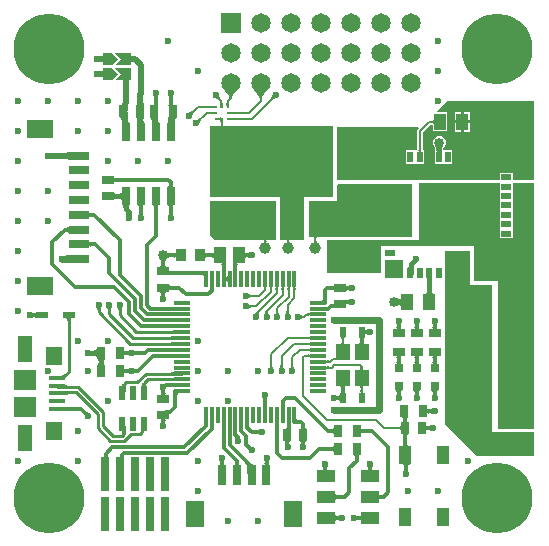
<source format=gtl>
G04*
G04 #@! TF.GenerationSoftware,Altium Limited,Altium Designer,21.0.8 (223)*
G04*
G04 Layer_Physical_Order=1*
G04 Layer_Color=255*
%FSLAX25Y25*%
%MOIN*%
G70*
G04*
G04 #@! TF.SameCoordinates,4FC8230A-67FA-47FE-B716-792534C6144D*
G04*
G04*
G04 #@! TF.FilePolarity,Positive*
G04*
G01*
G75*
%ADD10C,0.00787*%
%ADD15C,0.03937*%
%ADD16R,0.03937X0.03150*%
%ADD17R,0.03150X0.03150*%
G04:AMPARAMS|DCode=18|XSize=118.11mil|YSize=78.74mil|CornerRadius=3.94mil|HoleSize=0mil|Usage=FLASHONLY|Rotation=0.000|XOffset=0mil|YOffset=0mil|HoleType=Round|Shape=RoundedRectangle|*
%AMROUNDEDRECTD18*
21,1,0.11811,0.07087,0,0,0.0*
21,1,0.11024,0.07874,0,0,0.0*
1,1,0.00787,0.05512,-0.03543*
1,1,0.00787,-0.05512,-0.03543*
1,1,0.00787,-0.05512,0.03543*
1,1,0.00787,0.05512,0.03543*
%
%ADD18ROUNDEDRECTD18*%
%ADD19R,0.02756X0.07087*%
%ADD20R,0.06299X0.08661*%
%ADD21R,0.08661X0.06299*%
%ADD22R,0.07087X0.02756*%
%ADD23R,0.03937X0.06102*%
%ADD24R,0.04528X0.05512*%
%ADD25R,0.01173X0.05807*%
%ADD26R,0.05807X0.01173*%
%ADD27C,0.01181*%
%ADD28R,0.04134X0.05512*%
%ADD29R,0.12598X0.07480*%
%ADD30R,0.03543X0.07480*%
%ADD31R,0.03937X0.12992*%
%ADD32R,0.04409X0.04134*%
%ADD33R,0.19685X0.09252*%
%ADD34R,0.03740X0.01968*%
%ADD35R,0.06496X0.06496*%
%ADD36R,0.01968X0.03740*%
%ADD37R,0.11102X0.05118*%
%ADD38R,0.08858X0.06890*%
%ADD39R,0.05118X0.11102*%
%ADD40R,0.02559X0.11221*%
%ADD41R,0.03150X0.03937*%
%ADD42R,0.02362X0.04528*%
%ADD43R,0.03858X0.03071*%
%ADD44R,0.03071X0.03858*%
%ADD45R,0.02559X0.06004*%
%ADD46R,0.05315X0.01575*%
%ADD47R,0.05512X0.06299*%
%ADD48R,0.05118X0.09055*%
%ADD49R,0.07480X0.07087*%
%ADD50R,0.04016X0.05787*%
%ADD51R,0.02126X0.03701*%
%ADD52R,0.04134X0.01968*%
%ADD53R,0.03543X0.03937*%
%ADD54R,0.06299X0.03937*%
%ADD97C,0.06500*%
%ADD98R,0.06500X0.06500*%
%ADD100C,0.02362*%
%ADD101C,0.01028*%
%ADD102C,0.01968*%
%ADD103C,0.01181*%
%ADD104C,0.01575*%
%ADD105C,0.02362*%
%ADD106C,0.01500*%
%ADD107C,0.03347*%
%ADD108C,0.23622*%
G36*
X41224Y158031D02*
X35909D01*
X37878Y160000D01*
X35909Y161969D01*
X41224D01*
Y158031D01*
D02*
G37*
G36*
X36894Y160000D02*
X34925Y158031D01*
X31776D01*
Y161969D01*
X34925D01*
X36894Y160000D01*
D02*
G37*
G36*
X41224Y153032D02*
X35909D01*
X37878Y155000D01*
X35909Y156968D01*
X41224D01*
Y153032D01*
D02*
G37*
G36*
X36894Y155000D02*
X34925Y153032D01*
X31776D01*
Y156968D01*
X34925D01*
X36894Y155000D01*
D02*
G37*
G36*
X76228Y149207D02*
X75701Y148690D01*
X75487Y148437D01*
X75306Y148188D01*
X75157Y147943D01*
X75042Y147702D01*
X74960Y147464D01*
X74910Y147230D01*
X74894Y147000D01*
X74106D01*
X74090Y147230D01*
X74040Y147464D01*
X73958Y147702D01*
X73843Y147943D01*
X73694Y148188D01*
X73513Y148437D01*
X73299Y148690D01*
X73052Y148947D01*
X72772Y149207D01*
X72458Y149471D01*
X76542D01*
X76228Y149207D01*
D02*
G37*
G36*
X86418Y149319D02*
X85571Y148337D01*
X85364Y148043D01*
X85195Y147766D01*
X85063Y147505D01*
X84969Y147262D01*
X84913Y147035D01*
X84894Y146824D01*
X84106D01*
X84088Y147035D01*
X84031Y147262D01*
X83937Y147505D01*
X83805Y147766D01*
X83636Y148043D01*
X83429Y148337D01*
X83184Y148648D01*
X82582Y149319D01*
X82225Y149679D01*
X86775D01*
X86418Y149319D01*
D02*
G37*
G36*
X55282Y147606D02*
X55242Y147547D01*
X55206Y147479D01*
X55176Y147403D01*
X55150Y147319D01*
X55128Y147226D01*
X55112Y147124D01*
X55100Y147014D01*
X55090Y146768D01*
X53909D01*
X53907Y146896D01*
X53888Y147124D01*
X53872Y147226D01*
X53850Y147319D01*
X53824Y147403D01*
X53794Y147479D01*
X53758Y147547D01*
X53718Y147606D01*
X53673Y147657D01*
X55327D01*
X55282Y147606D01*
D02*
G37*
G36*
X50282D02*
X50242Y147547D01*
X50206Y147479D01*
X50176Y147403D01*
X50150Y147319D01*
X50128Y147226D01*
X50112Y147124D01*
X50100Y147014D01*
X50091Y146768D01*
X48909D01*
X48907Y146896D01*
X48888Y147124D01*
X48872Y147226D01*
X48850Y147319D01*
X48824Y147403D01*
X48794Y147479D01*
X48758Y147547D01*
X48718Y147606D01*
X48673Y147657D01*
X50327D01*
X50282Y147606D01*
D02*
G37*
G36*
X89488Y146819D02*
X89369Y146816D01*
X89254Y146806D01*
X89144Y146787D01*
X89037Y146760D01*
X88935Y146725D01*
X88838Y146683D01*
X88744Y146632D01*
X88655Y146574D01*
X88570Y146508D01*
X88490Y146433D01*
X87933Y146990D01*
X88007Y147070D01*
X88074Y147155D01*
X88132Y147244D01*
X88183Y147338D01*
X88226Y147435D01*
X88260Y147537D01*
X88287Y147644D01*
X88305Y147754D01*
X88316Y147869D01*
X88319Y147988D01*
X89488Y146819D01*
D02*
G37*
G36*
X70684Y147869D02*
X70695Y147754D01*
X70713Y147644D01*
X70740Y147537D01*
X70775Y147435D01*
X70817Y147338D01*
X70868Y147244D01*
X70926Y147155D01*
X70992Y147070D01*
X71067Y146990D01*
X70510Y146433D01*
X70430Y146508D01*
X70345Y146574D01*
X70256Y146632D01*
X70162Y146683D01*
X70065Y146725D01*
X69963Y146760D01*
X69856Y146787D01*
X69746Y146806D01*
X69631Y146816D01*
X69512Y146819D01*
X70681Y147988D01*
X70684Y147869D01*
D02*
G37*
G36*
X55097Y145412D02*
X55114Y145209D01*
X55144Y145030D01*
X55185Y144876D01*
X55238Y144745D01*
X55303Y144637D01*
X55380Y144553D01*
X55468Y144493D01*
X55569Y144457D01*
X55681Y144445D01*
X53587Y144457D01*
X53648Y144468D01*
X53703Y144504D01*
X53751Y144563D01*
X53793Y144646D01*
X53829Y144752D01*
X53858Y144882D01*
X53880Y145035D01*
X53896Y145212D01*
X53909Y145638D01*
X55090D01*
X55097Y145412D01*
D02*
G37*
G36*
X50094Y145413D02*
X50120Y145035D01*
X50142Y144882D01*
X50171Y144752D01*
X50207Y144646D01*
X50249Y144563D01*
X50297Y144504D01*
X50352Y144468D01*
X50413Y144457D01*
X48319Y144445D01*
X48431Y144457D01*
X48531Y144493D01*
X48620Y144553D01*
X48697Y144637D01*
X48762Y144745D01*
X48815Y144876D01*
X48856Y145030D01*
X48886Y145209D01*
X48904Y145412D01*
X48909Y145638D01*
X50091D01*
X50094Y145413D01*
D02*
G37*
G36*
X45413Y146012D02*
X45468Y145126D01*
X45502Y144909D01*
X45542Y144732D01*
X45590Y144594D01*
X45646Y144496D01*
X45709Y144437D01*
X45779Y144417D01*
X42733D01*
X42867Y144437D01*
X42987Y144496D01*
X43093Y144594D01*
X43186Y144732D01*
X43263Y144909D01*
X43327Y145126D01*
X43377Y145382D01*
X43412Y145677D01*
X43433Y146012D01*
X43440Y146386D01*
X45409D01*
X45413Y146012D01*
D02*
G37*
G36*
X73863Y145048D02*
X73902Y144402D01*
X73913Y144365D01*
X73925Y144343D01*
X73012D01*
X73024Y144365D01*
X73035Y144402D01*
X73044Y144452D01*
X73052Y144516D01*
X73065Y144687D01*
X73075Y145196D01*
X73862D01*
X73863Y145048D01*
D02*
G37*
G36*
X71820Y145108D02*
X71848Y144653D01*
X71861Y144571D01*
X71876Y144501D01*
X71893Y144444D01*
X71913Y144399D01*
X71936Y144367D01*
X71023Y144317D01*
X71025Y144327D01*
X71026Y144352D01*
X71031Y145115D01*
X71818Y145253D01*
X71820Y145108D01*
D02*
G37*
G36*
X69157Y143512D02*
X69135Y143524D01*
X69098Y143535D01*
X69048Y143544D01*
X68984Y143552D01*
X68813Y143565D01*
X68304Y143575D01*
Y144362D01*
X68452Y144363D01*
X69098Y144402D01*
X69135Y144413D01*
X69157Y144425D01*
Y143512D01*
D02*
G37*
G36*
X73865Y142445D02*
X73902Y142434D01*
X73952Y142424D01*
X74016Y142416D01*
X74187Y142404D01*
X74696Y142394D01*
Y141606D01*
X74548Y141606D01*
X73902Y141566D01*
X73865Y141555D01*
X73843Y141543D01*
Y142456D01*
X73865Y142445D01*
D02*
G37*
G36*
X69157Y141543D02*
X69135Y141555D01*
X69098Y141566D01*
X69048Y141576D01*
X68984Y141584D01*
X68813Y141596D01*
X68304Y141606D01*
Y142394D01*
X68452Y142394D01*
X69098Y142434D01*
X69135Y142445D01*
X69157Y142456D01*
Y141543D01*
D02*
G37*
G36*
X62067Y142010D02*
X61993Y141930D01*
X61926Y141845D01*
X61868Y141756D01*
X61817Y141662D01*
X61774Y141565D01*
X61740Y141463D01*
X61713Y141356D01*
X61695Y141246D01*
X61684Y141131D01*
X61681Y141012D01*
X60512Y142181D01*
X60631Y142184D01*
X60746Y142194D01*
X60856Y142213D01*
X60963Y142240D01*
X61065Y142274D01*
X61162Y142317D01*
X61256Y142368D01*
X61345Y142426D01*
X61430Y142492D01*
X61510Y142567D01*
X62067Y142010D01*
D02*
G37*
G36*
X40190Y140583D02*
X40268Y140583D01*
X40253Y140563D01*
X40239Y140504D01*
X40227Y140406D01*
X40209Y140091D01*
X40208Y140076D01*
X40241Y139632D01*
X40282Y139376D01*
X40334Y139159D01*
X40397Y138982D01*
X40472Y138844D01*
X40559Y138746D01*
X40658Y138687D01*
X40767Y138667D01*
X40190D01*
X40189Y138614D01*
X38221D01*
X38211Y138990D01*
X38181Y139326D01*
X38132Y139623D01*
X38063Y139880D01*
X37974Y140098D01*
X37866Y140276D01*
X37738Y140415D01*
X37591Y140514D01*
X37423Y140574D01*
X37236Y140595D01*
X38221Y140591D01*
X38221Y140636D01*
X40189D01*
X40190Y140583D01*
D02*
G37*
G36*
X71125Y139657D02*
X71957D01*
X71945Y139635D01*
X71934Y139598D01*
X71925Y139548D01*
X71916Y139484D01*
X71904Y139313D01*
X71894Y138804D01*
X71106D01*
X71106Y138952D01*
X71066Y139598D01*
X71017Y139607D01*
X70952Y139615D01*
X70782Y139628D01*
X70536Y139633D01*
X69965Y139598D01*
X69928Y139587D01*
X69906Y139575D01*
Y140488D01*
X69928Y140476D01*
X69965Y140465D01*
X70015Y140456D01*
X70079Y140448D01*
X70250Y140435D01*
X70495Y140430D01*
X71067Y140465D01*
X71103Y140476D01*
X71125Y140488D01*
Y139657D01*
D02*
G37*
G36*
X73865Y140476D02*
X73902Y140465D01*
X73952Y140456D01*
X74016Y140448D01*
X74187Y140435D01*
X74696Y140425D01*
Y139638D01*
X74548Y139637D01*
X73902Y139598D01*
X73865Y139587D01*
X73843Y139575D01*
Y140488D01*
X73865Y140476D01*
D02*
G37*
G36*
X45363Y140583D02*
X45779D01*
X45700Y140563D01*
X45629Y140504D01*
X45567Y140406D01*
X45512Y140268D01*
X45467Y140091D01*
X45429Y139874D01*
X45406Y139677D01*
X45427Y139376D01*
X45463Y139159D01*
X45508Y138982D01*
X45561Y138844D01*
X45622Y138746D01*
X45691Y138687D01*
X45768Y138667D01*
X45363D01*
X45362Y138614D01*
X43394D01*
X43393Y138667D01*
X43233D01*
X43263Y138687D01*
X43290Y138746D01*
X43315Y138844D01*
X43336Y138982D01*
X43361Y139295D01*
X43334Y139618D01*
X43288Y139874D01*
X43228Y140091D01*
X43156Y140268D01*
X43070Y140406D01*
X42970Y140504D01*
X42858Y140563D01*
X42733Y140583D01*
X43393D01*
X43394Y140636D01*
X45362D01*
X45363Y140583D01*
D02*
G37*
G36*
X55779Y140543D02*
X56712D01*
X56535Y140524D01*
X56377Y140465D01*
X56237Y140366D01*
X56115Y140228D01*
X56013Y140051D01*
X55929Y139835D01*
X55863Y139579D01*
X55817Y139284D01*
X55789Y138949D01*
X55779Y138575D01*
X53811D01*
X53811Y138667D01*
X53233D01*
X53342Y138687D01*
X53441Y138746D01*
X53527Y138844D01*
X53603Y138982D01*
X53666Y139159D01*
X53719Y139376D01*
X53759Y139632D01*
X53764Y139682D01*
X53730Y140228D01*
X53701Y140366D01*
X53667Y140465D01*
X53629Y140524D01*
X53587Y140543D01*
X53808D01*
X53811Y140636D01*
X55779D01*
X55779Y140543D01*
D02*
G37*
G36*
X50190D02*
X50413D01*
X50371Y140524D01*
X50332Y140465D01*
X50299Y140366D01*
X50270Y140228D01*
X50245Y140051D01*
X50227Y139818D01*
X50241Y139632D01*
X50282Y139376D01*
X50334Y139159D01*
X50397Y138982D01*
X50472Y138844D01*
X50559Y138746D01*
X50658Y138687D01*
X50767Y138667D01*
X50191D01*
X50189Y138575D01*
X48221D01*
X48211Y138949D01*
X48183Y139284D01*
X48136Y139579D01*
X48071Y139835D01*
X47987Y140051D01*
X47885Y140228D01*
X47763Y140366D01*
X47623Y140465D01*
X47465Y140524D01*
X47288Y140543D01*
X48221D01*
X48221Y140636D01*
X50189D01*
X50190Y140543D01*
D02*
G37*
G36*
X64567Y139510D02*
X64492Y139430D01*
X64426Y139345D01*
X64368Y139256D01*
X64317Y139162D01*
X64275Y139065D01*
X64240Y138963D01*
X64213Y138856D01*
X64195Y138746D01*
X64184Y138631D01*
X64181Y138512D01*
X63012Y139681D01*
X63131Y139684D01*
X63246Y139694D01*
X63356Y139713D01*
X63463Y139740D01*
X63565Y139775D01*
X63662Y139817D01*
X63756Y139868D01*
X63845Y139926D01*
X63930Y139992D01*
X64010Y140067D01*
X64567Y139510D01*
D02*
G37*
G36*
X142217Y138213D02*
X142209Y138287D01*
X142185Y138354D01*
X142145Y138413D01*
X142089Y138465D01*
X142017Y138508D01*
X141929Y138543D01*
X141825Y138571D01*
X141705Y138591D01*
X141569Y138602D01*
X141418Y138606D01*
Y139394D01*
X141569Y139398D01*
X141705Y139409D01*
X141825Y139429D01*
X141929Y139457D01*
X142017Y139492D01*
X142089Y139535D01*
X142145Y139587D01*
X142185Y139646D01*
X142209Y139713D01*
X142217Y139787D01*
Y138213D01*
D02*
G37*
G36*
X175560Y119614D02*
X168660D01*
Y121983D01*
X164120D01*
Y119614D01*
X109949Y119614D01*
X109949Y137457D01*
X137015D01*
X137206Y136995D01*
X136907Y136696D01*
X136709Y136400D01*
X136640Y136051D01*
Y130013D01*
X136286Y129660D01*
X135786D01*
X135667Y129660D01*
X133017D01*
Y125120D01*
X135667D01*
X135786Y125120D01*
X136167D01*
X136286Y125120D01*
X138935D01*
Y129660D01*
X138462D01*
Y135674D01*
X140877Y138089D01*
X141793D01*
Y135844D01*
X146727D01*
Y142156D01*
X143309D01*
X143118Y142618D01*
X146500Y146000D01*
X175560D01*
Y119614D01*
D02*
G37*
G36*
X137949Y129883D02*
X137961Y129747D01*
X137980Y129628D01*
X138008Y129524D01*
X138043Y129436D01*
X138087Y129364D01*
X138138Y129308D01*
X138197Y129268D01*
X138264Y129244D01*
X138339Y129236D01*
X136764D01*
X136839Y129244D01*
X136906Y129268D01*
X136965Y129308D01*
X137016Y129364D01*
X137059Y129436D01*
X137094Y129524D01*
X137122Y129628D01*
X137142Y129747D01*
X137153Y129883D01*
X137157Y130035D01*
X137945D01*
X137949Y129883D01*
D02*
G37*
G36*
X20461Y126358D02*
X20441Y126431D01*
X20382Y126496D01*
X20284Y126553D01*
X20146Y126603D01*
X19969Y126645D01*
X19752Y126679D01*
X19496Y126706D01*
X18866Y126736D01*
X18492Y126740D01*
Y128709D01*
X18866Y128712D01*
X19752Y128770D01*
X19969Y128804D01*
X20146Y128846D01*
X20284Y128896D01*
X20382Y128953D01*
X20441Y129018D01*
X20461Y129090D01*
Y126358D01*
D02*
G37*
G36*
X35417Y120825D02*
X35453Y120724D01*
X35513Y120636D01*
X35596Y120559D01*
X35703Y120494D01*
X35835Y120441D01*
X35990Y120400D01*
X36169Y120370D01*
X36371Y120352D01*
X36598Y120346D01*
Y119165D01*
X36371Y119159D01*
X36169Y119142D01*
X35990Y119112D01*
X35835Y119071D01*
X35703Y119018D01*
X35596Y118953D01*
X35513Y118876D01*
X35453Y118787D01*
X35417Y118687D01*
X35405Y118575D01*
Y120937D01*
X35417Y120825D01*
D02*
G37*
G36*
X55097Y118267D02*
X55114Y118064D01*
X55144Y117885D01*
X55185Y117730D01*
X55238Y117599D01*
X55303Y117492D01*
X55380Y117408D01*
X55468Y117349D01*
X55569Y117313D01*
X55681Y117301D01*
X53319D01*
X53431Y117313D01*
X53531Y117349D01*
X53620Y117408D01*
X53697Y117492D01*
X53762Y117599D01*
X53815Y117730D01*
X53856Y117885D01*
X53886Y118064D01*
X53904Y118267D01*
X53909Y118494D01*
X55090D01*
X55097Y118267D01*
D02*
G37*
G36*
X38245Y112669D02*
X38229Y112819D01*
X38181Y112953D01*
X38102Y113071D01*
X37991Y113173D01*
X37848Y113260D01*
X37673Y113331D01*
X37467Y113386D01*
X37229Y113425D01*
X36959Y113449D01*
X36820Y113452D01*
X36693Y113449D01*
X36425Y113427D01*
X36189Y113391D01*
X35984Y113339D01*
X35811Y113273D01*
X35669Y113192D01*
X35559Y113096D01*
X35480Y112986D01*
X35433Y112861D01*
X35417Y112721D01*
Y115768D01*
X35433Y115628D01*
X35480Y115503D01*
X35559Y115392D01*
X35669Y115296D01*
X35811Y115216D01*
X35984Y115149D01*
X36189Y115098D01*
X36425Y115061D01*
X36693Y115039D01*
X36820Y115036D01*
X36959Y115039D01*
X37229Y115063D01*
X37467Y115102D01*
X37673Y115157D01*
X37848Y115228D01*
X37991Y115315D01*
X38102Y115417D01*
X38181Y115535D01*
X38229Y115669D01*
X38245Y115819D01*
Y112669D01*
D02*
G37*
G36*
X108500Y114000D02*
X99000Y114000D01*
X99000Y99500D01*
X94024Y99500D01*
X94031Y99413D01*
X94050Y99292D01*
X94077Y99182D01*
X94111Y99084D01*
X94153Y98996D01*
X94203Y98918D01*
X94260Y98852D01*
X94325Y98796D01*
X94398Y98752D01*
X92826Y98849D01*
X92902Y98885D01*
X92971Y98932D01*
X93031Y98991D01*
X93084Y99062D01*
X93128Y99145D01*
X93164Y99239D01*
X93192Y99346D01*
X93212Y99464D01*
X93216Y99500D01*
X91000D01*
X91000Y114000D01*
X67500Y114000D01*
X67500Y137500D01*
X108500D01*
X108500Y114000D01*
D02*
G37*
G36*
X55569Y111333D02*
X55468Y111297D01*
X55380Y111238D01*
X55303Y111154D01*
X55238Y111047D01*
X55185Y110915D01*
X55144Y110760D01*
X55114Y110581D01*
X55097Y110378D01*
X55090Y110152D01*
X53909D01*
X53904Y110378D01*
X53886Y110581D01*
X53856Y110760D01*
X53815Y110915D01*
X53762Y111047D01*
X53697Y111154D01*
X53620Y111238D01*
X53531Y111297D01*
X53431Y111333D01*
X53319Y111345D01*
X55681D01*
X55569Y111333D01*
D02*
G37*
G36*
X50569D02*
X50468Y111297D01*
X50380Y111238D01*
X50303Y111154D01*
X50238Y111047D01*
X50185Y110915D01*
X50144Y110760D01*
X50114Y110581D01*
X50096Y110378D01*
X50091Y110152D01*
X48909D01*
X48904Y110378D01*
X48886Y110581D01*
X48856Y110760D01*
X48815Y110915D01*
X48762Y111047D01*
X48697Y111154D01*
X48620Y111238D01*
X48531Y111297D01*
X48431Y111333D01*
X48319Y111345D01*
X50681D01*
X50569Y111333D01*
D02*
G37*
G36*
X45569D02*
X45469Y111297D01*
X45380Y111238D01*
X45303Y111154D01*
X45238Y111047D01*
X45185Y110915D01*
X45144Y110760D01*
X45114Y110581D01*
X45096Y110378D01*
X45091Y110152D01*
X43909D01*
X43903Y110378D01*
X43886Y110581D01*
X43856Y110760D01*
X43815Y110915D01*
X43762Y111047D01*
X43697Y111154D01*
X43620Y111238D01*
X43532Y111297D01*
X43431Y111333D01*
X43319Y111345D01*
X45681D01*
X45569Y111333D01*
D02*
G37*
G36*
X40690Y111319D02*
X40622Y111276D01*
X40561Y111206D01*
X40508Y111108D01*
X40464Y110981D01*
X40427Y110826D01*
X40399Y110643D01*
X40378Y110432D01*
X40362Y109925D01*
X38787D01*
X38782Y110193D01*
X38737Y110643D01*
X38699Y110826D01*
X38649Y110981D01*
X38588Y111108D01*
X38515Y111206D01*
X38432Y111276D01*
X38338Y111319D01*
X38232Y111333D01*
X40767D01*
X40690Y111319D01*
D02*
G37*
G36*
X55093Y108605D02*
X55112Y108376D01*
X55128Y108274D01*
X55150Y108181D01*
X55176Y108097D01*
X55206Y108021D01*
X55242Y107953D01*
X55282Y107894D01*
X55327Y107843D01*
X53673D01*
X53718Y107894D01*
X53758Y107953D01*
X53794Y108021D01*
X53824Y108097D01*
X53850Y108181D01*
X53872Y108274D01*
X53888Y108376D01*
X53900Y108486D01*
X53909Y108731D01*
X55090D01*
X55093Y108605D01*
D02*
G37*
G36*
X45093D02*
X45112Y108376D01*
X45128Y108274D01*
X45150Y108181D01*
X45176Y108097D01*
X45206Y108021D01*
X45242Y107953D01*
X45282Y107894D01*
X45327Y107843D01*
X43673D01*
X43718Y107894D01*
X43758Y107953D01*
X43794Y108021D01*
X43824Y108097D01*
X43850Y108181D01*
X43872Y108274D01*
X43888Y108376D01*
X43900Y108486D01*
X43909Y108731D01*
X45091D01*
X45093Y108605D01*
D02*
G37*
G36*
X41327Y107843D02*
X39673D01*
X39681Y107858D01*
X39687Y107886D01*
X39693Y107927D01*
X39703Y108049D01*
X39712Y108454D01*
X39713Y108589D01*
X41287D01*
X41327Y107843D01*
D02*
G37*
G36*
X24886Y108821D02*
X24945Y108781D01*
X25013Y108746D01*
X25089Y108715D01*
X25173Y108689D01*
X25266Y108668D01*
X25368Y108651D01*
X25478Y108639D01*
X25724Y108630D01*
Y107449D01*
X25597Y107447D01*
X25368Y107428D01*
X25266Y107411D01*
X25173Y107390D01*
X25089Y107364D01*
X25013Y107333D01*
X24945Y107298D01*
X24886Y107257D01*
X24836Y107213D01*
Y108866D01*
X24886Y108821D01*
D02*
G37*
G36*
X27523Y109108D02*
X27559Y109008D01*
X27619Y108919D01*
X27702Y108843D01*
X27810Y108778D01*
X27941Y108724D01*
X28096Y108683D01*
X28275Y108653D01*
X28478Y108636D01*
X28705Y108630D01*
Y107449D01*
X28478Y107443D01*
X28275Y107425D01*
X28096Y107396D01*
X27941Y107354D01*
X27810Y107301D01*
X27702Y107236D01*
X27619Y107159D01*
X27559Y107071D01*
X27523Y106971D01*
X27511Y106858D01*
Y109221D01*
X27523Y109108D01*
D02*
G37*
G36*
X23149Y102291D02*
X23098Y102336D01*
X23039Y102376D01*
X22972Y102412D01*
X22895Y102443D01*
X22811Y102469D01*
X22718Y102490D01*
X22616Y102506D01*
X22506Y102518D01*
X22261Y102528D01*
Y103709D01*
X22388Y103711D01*
X22616Y103730D01*
X22718Y103746D01*
X22811Y103768D01*
X22895Y103794D01*
X22972Y103824D01*
X23039Y103860D01*
X23098Y103900D01*
X23149Y103945D01*
Y102291D01*
D02*
G37*
G36*
X20473Y101937D02*
X20461Y102049D01*
X20425Y102150D01*
X20366Y102238D01*
X20282Y102315D01*
X20175Y102380D01*
X20043Y102433D01*
X19888Y102474D01*
X19709Y102504D01*
X19506Y102522D01*
X19280Y102528D01*
Y103709D01*
X19506Y103715D01*
X19709Y103732D01*
X19888Y103762D01*
X20043Y103803D01*
X20175Y103856D01*
X20282Y103921D01*
X20366Y103998D01*
X20425Y104087D01*
X20461Y104187D01*
X20473Y104299D01*
Y101937D01*
D02*
G37*
G36*
X134795Y100706D02*
X103269D01*
X103264Y100702D01*
X103213Y100646D01*
X103169Y100574D01*
X103134Y100486D01*
X103106Y100383D01*
X103087Y100263D01*
X103075Y100128D01*
X103071Y99977D01*
X102284D01*
X102295Y100706D01*
X100500D01*
X100500Y112500D01*
X109949D01*
X109949Y117949D01*
X110000Y118000D01*
X110433Y118433D01*
X134795Y118433D01*
X134795Y100706D01*
D02*
G37*
G36*
X89500Y99500D02*
X86404D01*
X86409Y99443D01*
X86429Y99323D01*
X86457Y99215D01*
X86492Y99118D01*
X86535Y99033D01*
X86587Y98958D01*
X86646Y98896D01*
X86713Y98844D01*
X86787Y98804D01*
X85213D01*
X85287Y98844D01*
X85354Y98896D01*
X85413Y98958D01*
X85465Y99033D01*
X85508Y99118D01*
X85543Y99215D01*
X85571Y99323D01*
X85590Y99443D01*
X85596Y99500D01*
X69331D01*
X67500Y101331D01*
Y112500D01*
X89500D01*
Y99500D01*
D02*
G37*
G36*
X103071Y99671D02*
X103075Y99529D01*
X103086Y99397D01*
X103105Y99276D01*
X103131Y99165D01*
X103165Y99065D01*
X103206Y98976D01*
X103255Y98898D01*
X103311Y98830D01*
X103375Y98773D01*
X103447Y98726D01*
X101878Y98868D01*
X101955Y98901D01*
X102024Y98946D01*
X102085Y99003D01*
X102137Y99073D01*
X102182Y99154D01*
X102219Y99248D01*
X102247Y99354D01*
X102267Y99472D01*
X102279Y99602D01*
X102284Y99744D01*
X103071Y99671D01*
D02*
G37*
G36*
X24886Y98979D02*
X24945Y98939D01*
X25013Y98903D01*
X25089Y98872D01*
X25173Y98847D01*
X25266Y98825D01*
X25368Y98809D01*
X25478Y98797D01*
X25724Y98787D01*
Y97606D01*
X25597Y97604D01*
X25368Y97585D01*
X25266Y97569D01*
X25173Y97547D01*
X25089Y97521D01*
X25013Y97491D01*
X24945Y97455D01*
X24886Y97415D01*
X24836Y97370D01*
Y99024D01*
X24886Y98979D01*
D02*
G37*
G36*
X27523Y99266D02*
X27559Y99165D01*
X27619Y99077D01*
X27702Y99000D01*
X27810Y98935D01*
X27941Y98882D01*
X28096Y98840D01*
X28275Y98811D01*
X28478Y98793D01*
X28705Y98787D01*
Y97606D01*
X28478Y97600D01*
X28275Y97583D01*
X28096Y97553D01*
X27941Y97512D01*
X27810Y97459D01*
X27702Y97394D01*
X27619Y97317D01*
X27559Y97228D01*
X27523Y97128D01*
X27511Y97016D01*
Y99378D01*
X27523Y99266D01*
D02*
G37*
G36*
X79157Y95569D02*
X79193Y95468D01*
X79252Y95380D01*
X79334Y95303D01*
X79441Y95238D01*
X79571Y95185D01*
X79724Y95144D01*
X79901Y95114D01*
X80023Y95103D01*
X80124Y95112D01*
X80226Y95128D01*
X80319Y95150D01*
X80403Y95176D01*
X80479Y95206D01*
X80547Y95242D01*
X80606Y95282D01*
X80656Y95327D01*
Y93673D01*
X80606Y93718D01*
X80547Y93758D01*
X80479Y93794D01*
X80403Y93824D01*
X80319Y93850D01*
X80226Y93872D01*
X80124Y93888D01*
X80036Y93898D01*
X79901Y93886D01*
X79724Y93856D01*
X79571Y93815D01*
X79441Y93762D01*
X79334Y93697D01*
X79252Y93620D01*
X79193Y93532D01*
X79157Y93431D01*
X79145Y93319D01*
Y95681D01*
X79157Y95569D01*
D02*
G37*
G36*
X53311Y95561D02*
X53432Y95462D01*
X53558Y95375D01*
X53688Y95300D01*
X53823Y95236D01*
X53963Y95183D01*
X54107Y95143D01*
X54257Y95114D01*
X54411Y95096D01*
X54570Y95091D01*
Y93910D01*
X54411Y93904D01*
X54257Y93886D01*
X54107Y93857D01*
X53963Y93817D01*
X53823Y93764D01*
X53688Y93700D01*
X53558Y93625D01*
X53432Y93538D01*
X53311Y93439D01*
X53195Y93329D01*
Y95671D01*
X53311Y95561D01*
D02*
G37*
G36*
X68866Y93319D02*
X68855Y93431D01*
X68819Y93532D01*
X68759Y93620D01*
X68676Y93697D01*
X68568Y93762D01*
X68437Y93815D01*
X68282Y93856D01*
X68103Y93886D01*
X67900Y93903D01*
X67673Y93910D01*
Y95091D01*
X67900Y95096D01*
X68103Y95114D01*
X68282Y95144D01*
X68437Y95185D01*
X68568Y95238D01*
X68676Y95303D01*
X68759Y95380D01*
X68819Y95468D01*
X68855Y95569D01*
X68866Y95681D01*
Y93319D01*
D02*
G37*
G36*
X65921Y95569D02*
X65956Y95468D01*
X66016Y95380D01*
X66098Y95303D01*
X66205Y95238D01*
X66334Y95185D01*
X66488Y95144D01*
X66665Y95114D01*
X66866Y95096D01*
X67090Y95091D01*
Y93910D01*
X66866Y93903D01*
X66665Y93886D01*
X66488Y93856D01*
X66334Y93815D01*
X66205Y93762D01*
X66098Y93697D01*
X66016Y93620D01*
X65956Y93532D01*
X65921Y93431D01*
X65909Y93319D01*
Y95681D01*
X65921Y95569D01*
D02*
G37*
G36*
X56103Y93319D02*
X56091Y93431D01*
X56055Y93532D01*
X55995Y93620D01*
X55912Y93697D01*
X55805Y93762D01*
X55673Y93815D01*
X55518Y93856D01*
X55339Y93886D01*
X55136Y93903D01*
X54910Y93910D01*
Y95091D01*
X55136Y95096D01*
X55339Y95114D01*
X55518Y95144D01*
X55673Y95185D01*
X55805Y95238D01*
X55912Y95303D01*
X55995Y95380D01*
X56055Y95468D01*
X56091Y95569D01*
X56103Y95681D01*
Y93319D01*
D02*
G37*
G36*
X20461Y91910D02*
X20440Y91945D01*
X20379Y91976D01*
X20277Y92004D01*
X20133Y92028D01*
X19949Y92048D01*
X19150Y92087D01*
X18413Y92094D01*
Y94457D01*
X18802Y94459D01*
X20277Y94547D01*
X20379Y94575D01*
X20440Y94606D01*
X20461Y94642D01*
Y91910D01*
D02*
G37*
G36*
X136153Y91984D02*
X136128Y91979D01*
X136095Y91965D01*
X136054Y91940D01*
X136005Y91905D01*
X135884Y91806D01*
X135732Y91667D01*
X135549Y91489D01*
X134489Y92549D01*
X134583Y92645D01*
X134940Y93054D01*
X134965Y93095D01*
X134979Y93128D01*
X134984Y93154D01*
X136153Y91984D01*
D02*
G37*
G36*
X53061Y93189D02*
X52962Y93068D01*
X52875Y92942D01*
X52800Y92812D01*
X52736Y92677D01*
X52684Y92537D01*
X52643Y92392D01*
X52614Y92243D01*
X52596Y92089D01*
X52591Y91943D01*
X52596Y91734D01*
X52614Y91531D01*
X52644Y91352D01*
X52685Y91197D01*
X52738Y91066D01*
X52803Y90958D01*
X52880Y90875D01*
X52969Y90815D01*
X53069Y90779D01*
X53181Y90767D01*
X50819D01*
X50931Y90779D01*
X51032Y90815D01*
X51120Y90875D01*
X51197Y90958D01*
X51262Y91066D01*
X51315Y91197D01*
X51356Y91352D01*
X51386Y91531D01*
X51403Y91734D01*
X51409Y91943D01*
X51404Y92089D01*
X51386Y92243D01*
X51357Y92392D01*
X51316Y92537D01*
X51264Y92677D01*
X51200Y92812D01*
X51125Y92942D01*
X51038Y93068D01*
X50939Y93189D01*
X50829Y93305D01*
X53171D01*
X53061Y93189D01*
D02*
G37*
G36*
X135374Y90468D02*
X133468Y90456D01*
X133541Y90468D01*
X133605Y90503D01*
X133662Y90560D01*
X133712Y90640D01*
X133754Y90743D01*
X133788Y90869D01*
X133814Y91017D01*
X133833Y91188D01*
X133849Y91598D01*
X135348D01*
X135374Y90468D01*
D02*
G37*
G36*
X77148Y91618D02*
X77047Y91581D01*
X76959Y91522D01*
X76882Y91438D01*
X76817Y91330D01*
X76764Y91199D01*
X76722Y91044D01*
X76693Y90866D01*
X76675Y90663D01*
X76669Y90437D01*
X75488D01*
X75485Y90662D01*
X75458Y91040D01*
X75435Y91193D01*
X75405Y91323D01*
X75368Y91429D01*
X75324Y91512D01*
X75274Y91571D01*
X75217Y91606D01*
X75154Y91618D01*
X77260Y91630D01*
X77148Y91618D01*
D02*
G37*
G36*
X72846Y91618D02*
X72825Y91606D01*
X72805Y91571D01*
X72788Y91512D01*
X72773Y91429D01*
X72761Y91323D01*
X72742Y91040D01*
X72732Y90437D01*
X71551D01*
X71545Y90663D01*
X71528Y90865D01*
X71498Y91044D01*
X71457Y91199D01*
X71403Y91330D01*
X71339Y91438D01*
X71262Y91521D01*
X71173Y91581D01*
X71073Y91618D01*
X70961Y91630D01*
X72846Y91618D01*
D02*
G37*
G36*
X53918Y89569D02*
X53954Y89468D01*
X54014Y89380D01*
X54098Y89303D01*
X54205Y89238D01*
X54336Y89185D01*
X54491Y89144D01*
X54670Y89114D01*
X54872Y89096D01*
X55098Y89091D01*
Y87910D01*
X54874Y87908D01*
X54212Y87865D01*
X54106Y87846D01*
X54023Y87823D01*
X53964Y87796D01*
X53929Y87766D01*
X53917Y87732D01*
X53905Y89681D01*
X53918Y89569D01*
D02*
G37*
G36*
X65662Y87319D02*
X65650Y87431D01*
X65614Y87532D01*
X65555Y87620D01*
X65473Y87697D01*
X65366Y87762D01*
X65236Y87815D01*
X65083Y87856D01*
X64906Y87886D01*
X64705Y87903D01*
X64481Y87910D01*
Y89091D01*
X64705Y89095D01*
X65083Y89126D01*
X65236Y89153D01*
X65366Y89188D01*
X65473Y89231D01*
X65555Y89282D01*
X65614Y89341D01*
X65650Y89408D01*
X65662Y89482D01*
Y87319D01*
D02*
G37*
G36*
X73536Y87199D02*
X73671Y87187D01*
X73897Y87181D01*
Y86000D01*
X73671Y85994D01*
X73536Y85982D01*
Y85409D01*
X73524Y85522D01*
X73488Y85622D01*
X73429Y85711D01*
X73347Y85787D01*
X73240Y85852D01*
X73122Y85901D01*
X73003Y85852D01*
X72895Y85787D01*
X72812Y85711D01*
X72752Y85622D01*
X72716Y85522D01*
X72704Y85409D01*
Y85983D01*
X72579Y85994D01*
X72355Y86000D01*
Y87181D01*
X72579Y87187D01*
X72704Y87198D01*
Y87772D01*
X72716Y87660D01*
X72752Y87559D01*
X72812Y87471D01*
X72895Y87394D01*
X73003Y87329D01*
X73122Y87280D01*
X73240Y87329D01*
X73347Y87394D01*
X73429Y87471D01*
X73488Y87559D01*
X73524Y87660D01*
X73536Y87772D01*
Y87199D01*
D02*
G37*
G36*
X141631Y86737D02*
X141593Y86692D01*
X141560Y86617D01*
X141531Y86512D01*
X141506Y86377D01*
X141486Y86212D01*
X141460Y85792D01*
X141451Y85252D01*
X139951D01*
X139949Y85537D01*
X139895Y86377D01*
X139871Y86512D01*
X139842Y86617D01*
X139808Y86692D01*
X139771Y86737D01*
X139728Y86752D01*
X141673D01*
X141631Y86737D01*
D02*
G37*
G36*
X86462Y83691D02*
X86431Y83668D01*
X86404Y83629D01*
X86380Y83575D01*
X86360Y83505D01*
X86344Y83419D01*
X86331Y83318D01*
X86317Y83069D01*
X86315Y82921D01*
X85528D01*
X85526Y83069D01*
X85499Y83419D01*
X85482Y83505D01*
X85462Y83575D01*
X85439Y83629D01*
X85412Y83668D01*
X85381Y83691D01*
X85347Y83699D01*
X86496D01*
X86462Y83691D01*
D02*
G37*
G36*
X96304Y83691D02*
X96273Y83667D01*
X96246Y83628D01*
X96223Y83573D01*
X96203Y83502D01*
X96186Y83416D01*
X96174Y83313D01*
X96159Y83061D01*
X96157Y82912D01*
X95370D01*
X95368Y83061D01*
X95341Y83416D01*
X95325Y83502D01*
X95305Y83573D01*
X95281Y83628D01*
X95254Y83667D01*
X95223Y83691D01*
X95189Y83699D01*
X96338D01*
X96304Y83691D01*
D02*
G37*
G36*
X94336D02*
X94305Y83667D01*
X94278Y83628D01*
X94254Y83573D01*
X94234Y83502D01*
X94218Y83416D01*
X94205Y83313D01*
X94191Y83061D01*
X94189Y82912D01*
X93402D01*
X93400Y83061D01*
X93373Y83416D01*
X93356Y83502D01*
X93336Y83573D01*
X93313Y83628D01*
X93286Y83667D01*
X93255Y83691D01*
X93221Y83699D01*
X94370D01*
X94336Y83691D01*
D02*
G37*
G36*
X92367D02*
X92336Y83667D01*
X92309Y83628D01*
X92286Y83573D01*
X92266Y83502D01*
X92249Y83416D01*
X92237Y83313D01*
X92222Y83061D01*
X92220Y82912D01*
X91433D01*
X91431Y83061D01*
X91404Y83416D01*
X91388Y83502D01*
X91368Y83573D01*
X91344Y83628D01*
X91317Y83667D01*
X91286Y83691D01*
X91252Y83699D01*
X92401D01*
X92367Y83691D01*
D02*
G37*
G36*
X90399D02*
X90368Y83667D01*
X90341Y83628D01*
X90317Y83573D01*
X90297Y83502D01*
X90281Y83416D01*
X90268Y83313D01*
X90254Y83061D01*
X90252Y82912D01*
X89465D01*
X89463Y83061D01*
X89436Y83416D01*
X89419Y83502D01*
X89399Y83573D01*
X89376Y83628D01*
X89349Y83667D01*
X89318Y83691D01*
X89284Y83699D01*
X90433D01*
X90399Y83691D01*
D02*
G37*
G36*
X88430D02*
X88399Y83667D01*
X88372Y83628D01*
X88349Y83573D01*
X88329Y83502D01*
X88312Y83416D01*
X88300Y83313D01*
X88285Y83061D01*
X88283Y82912D01*
X87496D01*
X87494Y83061D01*
X87467Y83416D01*
X87451Y83502D01*
X87431Y83573D01*
X87407Y83628D01*
X87380Y83667D01*
X87349Y83691D01*
X87315Y83699D01*
X88464D01*
X88430Y83691D01*
D02*
G37*
G36*
X112917Y84569D02*
X112953Y84469D01*
X113013Y84380D01*
X113096Y84303D01*
X113203Y84238D01*
X113335Y84185D01*
X113490Y84144D01*
X113654Y84117D01*
X113726Y84128D01*
X113819Y84150D01*
X113903Y84176D01*
X113979Y84206D01*
X114047Y84242D01*
X114106Y84282D01*
X114156Y84327D01*
Y82673D01*
X114106Y82718D01*
X114047Y82758D01*
X113979Y82794D01*
X113903Y82824D01*
X113819Y82850D01*
X113726Y82872D01*
X113654Y82883D01*
X113490Y82856D01*
X113335Y82815D01*
X113203Y82762D01*
X113096Y82697D01*
X113013Y82620D01*
X112953Y82531D01*
X112917Y82431D01*
X112905Y82319D01*
Y84681D01*
X112917Y84569D01*
D02*
G37*
G36*
X109095Y82575D02*
X109083Y82687D01*
X109047Y82787D01*
X108987Y82876D01*
X108904Y82953D01*
X108797Y83018D01*
X108665Y83071D01*
X108510Y83112D01*
X108331Y83142D01*
X108128Y83160D01*
X107902Y83165D01*
Y84346D01*
X108128Y84352D01*
X108331Y84370D01*
X108510Y84400D01*
X108665Y84441D01*
X108797Y84494D01*
X108904Y84559D01*
X108987Y84636D01*
X109047Y84724D01*
X109083Y84825D01*
X109095Y84937D01*
Y82575D01*
D02*
G37*
G36*
X53917Y84813D02*
X53953Y84713D01*
X54013Y84624D01*
X54096Y84547D01*
X54203Y84482D01*
X54335Y84429D01*
X54490Y84388D01*
X54669Y84358D01*
X54871Y84341D01*
X55098Y84335D01*
Y83153D01*
X54871Y83148D01*
X54669Y83130D01*
X54490Y83100D01*
X54335Y83059D01*
X54203Y83006D01*
X54096Y82941D01*
X54013Y82864D01*
X53953Y82776D01*
X53917Y82675D01*
X53905Y82563D01*
Y84925D01*
X53917Y84813D01*
D02*
G37*
G36*
X141458Y82957D02*
X141481Y82700D01*
X141518Y82473D01*
X141571Y82276D01*
X141638Y82110D01*
X141721Y81974D01*
X141818Y81868D01*
X141931Y81792D01*
X142058Y81747D01*
X142201Y81732D01*
X139201D01*
X139343Y81747D01*
X139471Y81792D01*
X139583Y81868D01*
X139681Y81974D01*
X139763Y82110D01*
X139831Y82276D01*
X139883Y82473D01*
X139921Y82700D01*
X139943Y82957D01*
X139951Y83244D01*
X141451D01*
X141458Y82957D01*
D02*
G37*
G36*
X53069Y82209D02*
X52969Y82173D01*
X52880Y82114D01*
X52803Y82032D01*
X52738Y81925D01*
X52685Y81796D01*
X52644Y81642D01*
X52614Y81465D01*
X52609Y81408D01*
X52612Y81376D01*
X52628Y81274D01*
X52650Y81181D01*
X52676Y81097D01*
X52706Y81021D01*
X52742Y80953D01*
X52782Y80894D01*
X52827Y80844D01*
X51173D01*
X51218Y80894D01*
X51258Y80953D01*
X51294Y81021D01*
X51324Y81097D01*
X51350Y81181D01*
X51372Y81274D01*
X51388Y81376D01*
X51391Y81404D01*
X51386Y81465D01*
X51356Y81642D01*
X51315Y81796D01*
X51262Y81925D01*
X51197Y82032D01*
X51120Y82114D01*
X51032Y82173D01*
X50931Y82209D01*
X50819Y82221D01*
X53181D01*
X53069Y82209D01*
D02*
G37*
G36*
X80430Y81744D02*
X80519Y81671D01*
X80610Y81606D01*
X80704Y81550D01*
X80800Y81502D01*
X80900Y81463D01*
X81001Y81433D01*
X81106Y81411D01*
X81213Y81398D01*
X81322Y81394D01*
Y80606D01*
X81213Y80602D01*
X81106Y80589D01*
X81001Y80567D01*
X80900Y80537D01*
X80800Y80498D01*
X80704Y80450D01*
X80610Y80394D01*
X80519Y80329D01*
X80430Y80256D01*
X80344Y80173D01*
Y81827D01*
X80430Y81744D01*
D02*
G37*
G36*
X131205Y79764D02*
X131326Y79754D01*
X131500Y79750D01*
Y78250D01*
X131326Y78246D01*
X131205Y78237D01*
Y77500D01*
X131190Y77643D01*
X131145Y77770D01*
X131070Y77882D01*
X130965Y77980D01*
X130830Y78062D01*
X130676Y78126D01*
X130602Y78098D01*
X130486Y78044D01*
X130379Y77980D01*
X130282Y77909D01*
X130195Y77829D01*
Y78224D01*
X129990Y78242D01*
X129705Y78250D01*
Y79750D01*
X129990Y79757D01*
X130195Y79776D01*
Y80171D01*
X130282Y80091D01*
X130379Y80020D01*
X130486Y79956D01*
X130602Y79902D01*
X130676Y79874D01*
X130830Y79937D01*
X130965Y80020D01*
X131070Y80117D01*
X131145Y80230D01*
X131190Y80357D01*
X131205Y80500D01*
Y79764D01*
D02*
G37*
G36*
X114156Y78173D02*
X114106Y78218D01*
X114047Y78258D01*
X113979Y78294D01*
X113903Y78324D01*
X113819Y78350D01*
X113726Y78372D01*
X113654Y78383D01*
X113491Y78356D01*
X113336Y78315D01*
X113205Y78262D01*
X113098Y78197D01*
X113014Y78120D01*
X112954Y78031D01*
X112918Y77931D01*
X112905Y77819D01*
X112917Y79768D01*
X112929Y79734D01*
X112964Y79704D01*
X113023Y79677D01*
X113106Y79654D01*
X113212Y79635D01*
X113342Y79619D01*
X113549Y79606D01*
X113624Y79612D01*
X113726Y79628D01*
X113819Y79650D01*
X113903Y79676D01*
X113979Y79706D01*
X114047Y79742D01*
X114106Y79782D01*
X114156Y79827D01*
Y78173D01*
D02*
G37*
G36*
X106482Y79338D02*
X104722D01*
X104835Y79350D01*
X104935Y79386D01*
X105024Y79445D01*
X105100Y79527D01*
X105165Y79634D01*
X105219Y79764D01*
X105260Y79917D01*
X105289Y80094D01*
X105307Y80295D01*
X105313Y80519D01*
X106494D01*
X106482Y79338D01*
D02*
G37*
G36*
X109083Y76721D02*
X109072Y76799D01*
X109039Y76870D01*
X108985Y76932D01*
X108908Y76986D01*
X108810Y77031D01*
X108690Y77069D01*
X108548Y77098D01*
X108384Y77118D01*
X108198Y77131D01*
X107991Y77135D01*
Y78316D01*
X108200Y78321D01*
X108387Y78336D01*
X108553Y78361D01*
X108696Y78396D01*
X108818Y78441D01*
X108917Y78496D01*
X108994Y78562D01*
X109050Y78637D01*
X109083Y78722D01*
X109095Y78817D01*
X109083Y76721D01*
D02*
G37*
G36*
X80430Y78245D02*
X80519Y78171D01*
X80610Y78106D01*
X80704Y78050D01*
X80800Y78002D01*
X80900Y77963D01*
X81001Y77933D01*
X81106Y77911D01*
X81213Y77898D01*
X81322Y77894D01*
Y77106D01*
X81213Y77102D01*
X81106Y77089D01*
X81001Y77067D01*
X80900Y77037D01*
X80800Y76998D01*
X80704Y76950D01*
X80610Y76894D01*
X80519Y76829D01*
X80430Y76755D01*
X80344Y76673D01*
Y78327D01*
X80430Y78245D01*
D02*
G37*
G36*
X38267Y77092D02*
X38214Y77021D01*
X38167Y76944D01*
X38127Y76861D01*
X38092Y76771D01*
X38064Y76675D01*
X38042Y76573D01*
X38026Y76464D01*
X38017Y76349D01*
X38014Y76228D01*
X36986D01*
X36983Y76349D01*
X36974Y76464D01*
X36958Y76573D01*
X36936Y76675D01*
X36908Y76771D01*
X36873Y76861D01*
X36833Y76944D01*
X36786Y77021D01*
X36733Y77092D01*
X36673Y77157D01*
X38327D01*
X38267Y77092D01*
D02*
G37*
G36*
X34767D02*
X34714Y77021D01*
X34667Y76944D01*
X34627Y76861D01*
X34592Y76771D01*
X34564Y76675D01*
X34542Y76573D01*
X34527Y76464D01*
X34517Y76349D01*
X34514Y76228D01*
X33486D01*
X33483Y76349D01*
X33474Y76464D01*
X33458Y76573D01*
X33436Y76675D01*
X33408Y76771D01*
X33373Y76861D01*
X33333Y76944D01*
X33286Y77021D01*
X33233Y77092D01*
X33173Y77157D01*
X34827D01*
X34767Y77092D01*
D02*
G37*
G36*
X31267D02*
X31214Y77021D01*
X31167Y76944D01*
X31127Y76861D01*
X31092Y76771D01*
X31064Y76675D01*
X31042Y76573D01*
X31027Y76464D01*
X31017Y76349D01*
X31014Y76228D01*
X29986D01*
X29983Y76349D01*
X29974Y76464D01*
X29958Y76573D01*
X29936Y76675D01*
X29908Y76771D01*
X29873Y76861D01*
X29833Y76944D01*
X29786Y77021D01*
X29733Y77092D01*
X29673Y77157D01*
X31327D01*
X31267Y77092D01*
D02*
G37*
G36*
X9465Y73528D02*
X9453Y73600D01*
X9418Y73665D01*
X9358Y73722D01*
X9276Y73772D01*
X9170Y73814D01*
X9040Y73848D01*
X8886Y73875D01*
X8832Y73881D01*
X8774Y73872D01*
X8681Y73850D01*
X8597Y73824D01*
X8521Y73794D01*
X8453Y73758D01*
X8394Y73718D01*
X8343Y73673D01*
Y73907D01*
X8284Y73909D01*
Y75090D01*
X8343Y75092D01*
Y75327D01*
X8394Y75282D01*
X8453Y75242D01*
X8521Y75206D01*
X8597Y75176D01*
X8681Y75150D01*
X8774Y75128D01*
X8826Y75120D01*
X8886Y75125D01*
X9040Y75152D01*
X9170Y75186D01*
X9276Y75228D01*
X9358Y75278D01*
X9418Y75335D01*
X9453Y75400D01*
X9465Y75472D01*
Y73528D01*
D02*
G37*
G36*
X93898Y75713D02*
X93911Y75606D01*
X93933Y75501D01*
X93963Y75400D01*
X94002Y75300D01*
X94050Y75204D01*
X94106Y75110D01*
X94171Y75019D01*
X94244Y74930D01*
X94327Y74844D01*
X92673D01*
X92756Y74930D01*
X92829Y75019D01*
X92894Y75110D01*
X92950Y75204D01*
X92998Y75300D01*
X93037Y75400D01*
X93067Y75501D01*
X93089Y75606D01*
X93102Y75713D01*
X93106Y75822D01*
X93894D01*
X93898Y75713D01*
D02*
G37*
G36*
X90398D02*
X90411Y75606D01*
X90433Y75501D01*
X90463Y75400D01*
X90502Y75300D01*
X90550Y75204D01*
X90606Y75110D01*
X90671Y75019D01*
X90745Y74930D01*
X90827Y74844D01*
X89173D01*
X89255Y74930D01*
X89329Y75019D01*
X89394Y75110D01*
X89450Y75204D01*
X89498Y75300D01*
X89537Y75400D01*
X89567Y75501D01*
X89589Y75606D01*
X89602Y75713D01*
X89606Y75822D01*
X90394D01*
X90398Y75713D01*
D02*
G37*
G36*
X86898D02*
X86911Y75606D01*
X86933Y75501D01*
X86963Y75400D01*
X87002Y75300D01*
X87050Y75204D01*
X87106Y75110D01*
X87171Y75019D01*
X87244Y74930D01*
X87327Y74844D01*
X85673D01*
X85755Y74930D01*
X85829Y75019D01*
X85894Y75110D01*
X85950Y75204D01*
X85998Y75300D01*
X86037Y75400D01*
X86067Y75501D01*
X86089Y75606D01*
X86102Y75713D01*
X86106Y75822D01*
X86894D01*
X86898Y75713D01*
D02*
G37*
G36*
X84085Y75528D02*
X84005Y75442D01*
X83940Y75357D01*
X83889Y75273D01*
X83853Y75190D01*
X83831Y75108D01*
X83824Y75028D01*
X83831Y74948D01*
X83853Y74870D01*
X83889Y74793D01*
X83939Y74717D01*
X82390Y75011D01*
X82429Y75038D01*
X82482Y75080D01*
X82722Y75295D01*
X83392Y75948D01*
X84085Y75528D01*
D02*
G37*
G36*
X100699Y74252D02*
X100691Y74287D01*
X100668Y74317D01*
X100628Y74344D01*
X100573Y74368D01*
X100502Y74388D01*
X100416Y74404D01*
X100313Y74417D01*
X100061Y74431D01*
X99912Y74433D01*
Y75221D01*
X100061Y75222D01*
X100416Y75249D01*
X100502Y75266D01*
X100573Y75286D01*
X100628Y75309D01*
X100668Y75336D01*
X100691Y75367D01*
X100699Y75401D01*
Y74252D01*
D02*
G37*
G36*
X97930Y74744D02*
X98018Y74671D01*
X98110Y74606D01*
X98204Y74550D01*
X98300Y74502D01*
X98400Y74463D01*
X98501Y74433D01*
X98606Y74411D01*
X98713Y74398D01*
X98822Y74394D01*
Y73606D01*
X98713Y73602D01*
X98606Y73589D01*
X98501Y73567D01*
X98400Y73537D01*
X98300Y73498D01*
X98204Y73450D01*
X98110Y73394D01*
X98018Y73329D01*
X97930Y73255D01*
X97843Y73173D01*
Y74827D01*
X97930Y74744D01*
D02*
G37*
G36*
X21411Y73518D02*
X21323Y73487D01*
X21246Y73435D01*
X21179Y73363D01*
X21123Y73271D01*
X21077Y73158D01*
X21041Y73024D01*
X21015Y72870D01*
X20999Y72695D01*
X20994Y72500D01*
X19966D01*
X19961Y72695D01*
X19946Y72870D01*
X19920Y73024D01*
X19884Y73158D01*
X19838Y73271D01*
X19781Y73363D01*
X19714Y73435D01*
X19637Y73487D01*
X19550Y73518D01*
X19452Y73528D01*
X21508D01*
X21411Y73518D01*
D02*
G37*
G36*
X143282Y71606D02*
X143242Y71547D01*
X143206Y71479D01*
X143176Y71403D01*
X143150Y71319D01*
X143128Y71226D01*
X143112Y71124D01*
X143105Y71064D01*
X143114Y70964D01*
X143144Y70785D01*
X143185Y70630D01*
X143238Y70499D01*
X143303Y70391D01*
X143380Y70308D01*
X143468Y70248D01*
X143569Y70212D01*
X143681Y70200D01*
X141319D01*
X141431Y70212D01*
X141532Y70248D01*
X141620Y70308D01*
X141697Y70391D01*
X141762Y70499D01*
X141815Y70630D01*
X141856Y70785D01*
X141886Y70964D01*
X141894Y71056D01*
X141888Y71124D01*
X141872Y71226D01*
X141850Y71319D01*
X141824Y71403D01*
X141794Y71479D01*
X141758Y71547D01*
X141718Y71606D01*
X141673Y71657D01*
X143327D01*
X143282Y71606D01*
D02*
G37*
G36*
X137282D02*
X137242Y71547D01*
X137206Y71479D01*
X137176Y71403D01*
X137150Y71319D01*
X137128Y71226D01*
X137112Y71124D01*
X137105Y71064D01*
X137114Y70964D01*
X137144Y70785D01*
X137185Y70630D01*
X137238Y70499D01*
X137303Y70391D01*
X137380Y70308D01*
X137469Y70248D01*
X137569Y70212D01*
X137681Y70200D01*
X135319D01*
X135431Y70212D01*
X135531Y70248D01*
X135620Y70308D01*
X135697Y70391D01*
X135762Y70499D01*
X135815Y70630D01*
X135856Y70785D01*
X135886Y70964D01*
X135894Y71056D01*
X135888Y71124D01*
X135872Y71226D01*
X135850Y71319D01*
X135824Y71403D01*
X135794Y71479D01*
X135758Y71547D01*
X135718Y71606D01*
X135673Y71657D01*
X137327D01*
X137282Y71606D01*
D02*
G37*
G36*
X131282D02*
X131242Y71547D01*
X131206Y71479D01*
X131176Y71403D01*
X131150Y71319D01*
X131128Y71226D01*
X131112Y71124D01*
X131105Y71064D01*
X131114Y70964D01*
X131144Y70785D01*
X131185Y70630D01*
X131238Y70499D01*
X131303Y70391D01*
X131380Y70308D01*
X131468Y70248D01*
X131569Y70212D01*
X131681Y70200D01*
X129319D01*
X129431Y70212D01*
X129532Y70248D01*
X129620Y70308D01*
X129697Y70391D01*
X129762Y70499D01*
X129815Y70630D01*
X129856Y70785D01*
X129886Y70964D01*
X129894Y71056D01*
X129888Y71124D01*
X129872Y71226D01*
X129850Y71319D01*
X129824Y71403D01*
X129794Y71479D01*
X129758Y71547D01*
X129718Y71606D01*
X129673Y71657D01*
X131327D01*
X131282Y71606D01*
D02*
G37*
G36*
X55518Y68347D02*
X55508Y68358D01*
X55477Y68369D01*
X55425Y68378D01*
X55353Y68385D01*
X55014Y68402D01*
X54490Y68407D01*
Y69435D01*
X54685Y69436D01*
X55508Y69484D01*
X55518Y69496D01*
Y68347D01*
D02*
G37*
G36*
X119201Y70069D02*
X119236Y69968D01*
X119296Y69880D01*
X119379Y69803D01*
X119487Y69738D01*
X119618Y69685D01*
X119773Y69644D01*
X119785Y69642D01*
X119819Y69650D01*
X119903Y69676D01*
X119979Y69706D01*
X120047Y69742D01*
X120106Y69782D01*
X120157Y69827D01*
Y69596D01*
X120382Y69591D01*
Y68410D01*
X120157Y68404D01*
Y68173D01*
X120106Y68218D01*
X120047Y68258D01*
X119979Y68294D01*
X119903Y68324D01*
X119819Y68350D01*
X119785Y68358D01*
X119773Y68356D01*
X119618Y68315D01*
X119487Y68262D01*
X119379Y68197D01*
X119296Y68120D01*
X119236Y68032D01*
X119201Y67931D01*
X119189Y67819D01*
Y70181D01*
X119201Y70069D01*
D02*
G37*
G36*
X100699Y66378D02*
X100691Y66422D01*
X100668Y66460D01*
X100628Y66495D01*
X100573Y66524D01*
X100502Y66549D01*
X100416Y66570D01*
X100313Y66586D01*
X100195Y66597D01*
X99912Y66606D01*
Y67394D01*
X100061Y67395D01*
X100502Y67427D01*
X100573Y67442D01*
X100628Y67459D01*
X100668Y67479D01*
X100691Y67502D01*
X100699Y67527D01*
Y66378D01*
D02*
G37*
G36*
X55518Y67527D02*
Y66378D01*
X55508Y66405D01*
X55477Y66429D01*
X55425Y66450D01*
X55353Y66468D01*
X55261Y66484D01*
X55148Y66497D01*
X54860Y66514D01*
X54490Y66519D01*
Y67547D01*
X55518Y67527D01*
D02*
G37*
G36*
X112563Y67166D02*
X112496Y67142D01*
X112437Y67102D01*
X112386Y67046D01*
X112343Y66974D01*
X112307Y66886D01*
X112279Y66782D01*
X112260Y66662D01*
X112248Y66526D01*
X112244Y66374D01*
X111457D01*
X111453Y66526D01*
X111441Y66662D01*
X111421Y66782D01*
X111394Y66886D01*
X111358Y66974D01*
X111315Y67046D01*
X111264Y67102D01*
X111205Y67142D01*
X111138Y67166D01*
X111063Y67174D01*
X112638D01*
X112563Y67166D01*
D02*
G37*
G36*
X119113Y67150D02*
X119035Y67114D01*
X118966Y67055D01*
X118906Y66973D01*
X118855Y66866D01*
X118814Y66736D01*
X118782Y66583D01*
X118759Y66406D01*
X118745Y66205D01*
X118743Y66135D01*
X118746Y66029D01*
X118764Y65826D01*
X118793Y65647D01*
X118835Y65492D01*
X118888Y65361D01*
X118953Y65254D01*
X119029Y65170D01*
X119118Y65110D01*
X119219Y65074D01*
X119331Y65063D01*
X116969D01*
X117081Y65074D01*
X117181Y65110D01*
X117270Y65170D01*
X117347Y65254D01*
X117411Y65361D01*
X117465Y65492D01*
X117506Y65647D01*
X117535Y65826D01*
X117553Y66029D01*
X117556Y66135D01*
X117554Y66205D01*
X117518Y66583D01*
X117485Y66736D01*
X117444Y66866D01*
X117393Y66973D01*
X117333Y67055D01*
X117264Y67114D01*
X117186Y67150D01*
X117099Y67162D01*
X119201D01*
X119113Y67150D01*
D02*
G37*
G36*
X112248Y65710D02*
X112260Y65574D01*
X112279Y65454D01*
X112307Y65350D01*
X112343Y65263D01*
X112386Y65191D01*
X112437Y65135D01*
X112496Y65095D01*
X112563Y65071D01*
X112638Y65063D01*
X111063D01*
X111138Y65071D01*
X111205Y65095D01*
X111264Y65135D01*
X111315Y65191D01*
X111358Y65263D01*
X111394Y65350D01*
X111421Y65454D01*
X111441Y65574D01*
X111453Y65710D01*
X111457Y65862D01*
X112244D01*
X112248Y65710D01*
D02*
G37*
G36*
X100699Y64410D02*
X100691Y64447D01*
X100668Y64480D01*
X100628Y64510D01*
X100573Y64535D01*
X100502Y64557D01*
X100416Y64575D01*
X100313Y64589D01*
X100061Y64604D01*
X99912Y64606D01*
Y65394D01*
X100061Y65395D01*
X100416Y65420D01*
X100502Y65435D01*
X100573Y65453D01*
X100628Y65475D01*
X100668Y65499D01*
X100691Y65527D01*
X100699Y65559D01*
Y64410D01*
D02*
G37*
G36*
X55518D02*
X55508Y64421D01*
X55477Y64432D01*
X55425Y64441D01*
X55353Y64448D01*
X55014Y64465D01*
X54490Y64470D01*
Y65498D01*
X54685Y65499D01*
X55508Y65547D01*
X55518Y65559D01*
Y64410D01*
D02*
G37*
G36*
X29800Y60425D02*
X29784Y60575D01*
X29736Y60709D01*
X29657Y60827D01*
X29546Y60929D01*
X29403Y61016D01*
X29228Y61087D01*
X29022Y61142D01*
X28784Y61181D01*
X28514Y61205D01*
X28465Y61206D01*
X27843Y61173D01*
Y62827D01*
X27858Y62819D01*
X27886Y62813D01*
X27927Y62807D01*
X28049Y62797D01*
X28335Y62791D01*
X28514Y62795D01*
X28784Y62819D01*
X29022Y62858D01*
X29228Y62913D01*
X29403Y62984D01*
X29546Y63071D01*
X29657Y63173D01*
X29736Y63291D01*
X29784Y63425D01*
X29800Y63575D01*
Y60425D01*
D02*
G37*
G36*
X100699Y62441D02*
X100691Y62472D01*
X100668Y62501D01*
X100628Y62525D01*
X100573Y62547D01*
X100502Y62565D01*
X100416Y62580D01*
X100313Y62591D01*
X100061Y62605D01*
X99912Y62606D01*
Y63394D01*
X100061Y63396D01*
X100416Y63425D01*
X100502Y63443D01*
X100573Y63464D01*
X100628Y63490D01*
X100668Y63520D01*
X100691Y63553D01*
X100699Y63590D01*
Y62441D01*
D02*
G37*
G36*
X42394Y62782D02*
X42453Y62742D01*
X42521Y62706D01*
X42597Y62676D01*
X42681Y62650D01*
X42774Y62628D01*
X42876Y62612D01*
X42986Y62600D01*
X43231Y62590D01*
Y61409D01*
X43104Y61407D01*
X42876Y61388D01*
X42774Y61372D01*
X42681Y61350D01*
X42597Y61324D01*
X42521Y61294D01*
X42453Y61258D01*
X42394Y61218D01*
X42344Y61173D01*
X41500Y62000D01*
X42344Y62827D01*
X42394Y62782D01*
D02*
G37*
G36*
X39224Y63069D02*
X39260Y62968D01*
X39319Y62880D01*
X39401Y62803D01*
X39508Y62738D01*
X39638Y62685D01*
X39791Y62644D01*
X39968Y62614D01*
X40066Y62606D01*
X40124Y62612D01*
X40226Y62628D01*
X40319Y62650D01*
X40403Y62676D01*
X40479Y62706D01*
X40547Y62742D01*
X40606Y62782D01*
X40657Y62827D01*
X41500Y62000D01*
X40657Y61173D01*
X40606Y61218D01*
X40547Y61258D01*
X40479Y61294D01*
X40403Y61324D01*
X40319Y61350D01*
X40226Y61372D01*
X40124Y61388D01*
X40058Y61394D01*
X39968Y61386D01*
X39791Y61356D01*
X39638Y61315D01*
X39508Y61262D01*
X39401Y61197D01*
X39319Y61120D01*
X39260Y61032D01*
X39224Y60931D01*
X39212Y60819D01*
Y63181D01*
X39224Y63069D01*
D02*
G37*
G36*
X100699Y60473D02*
X100691Y60507D01*
X100668Y60538D01*
X100628Y60565D01*
X100573Y60588D01*
X100502Y60608D01*
X100416Y60625D01*
X100313Y60637D01*
X100061Y60652D01*
X99912Y60654D01*
Y61441D01*
X100061Y61443D01*
X100416Y61470D01*
X100502Y61486D01*
X100573Y61506D01*
X100628Y61530D01*
X100668Y61557D01*
X100691Y61588D01*
X100699Y61622D01*
Y60473D01*
D02*
G37*
G36*
X109599Y59587D02*
X109591Y59584D01*
X109567Y59583D01*
X109402Y59578D01*
X108811Y59575D01*
Y60362D01*
X108962Y60366D01*
X109098Y60378D01*
X109217Y60398D01*
X109321Y60425D01*
X109409Y60461D01*
X109481Y60504D01*
X109537Y60555D01*
X109577Y60614D01*
X109602Y60681D01*
X109611Y60756D01*
X109599Y59587D01*
D02*
G37*
G36*
X131569Y60776D02*
X131468Y60740D01*
X131380Y60681D01*
X131303Y60599D01*
X131238Y60492D01*
X131185Y60362D01*
X131144Y60209D01*
X131114Y60032D01*
X131096Y59831D01*
X131093Y59683D01*
X131096Y59533D01*
X131114Y59330D01*
X131144Y59151D01*
X131185Y58996D01*
X131238Y58865D01*
X131303Y58757D01*
X131380Y58674D01*
X131468Y58614D01*
X131569Y58578D01*
X131681Y58566D01*
X129319D01*
X129431Y58578D01*
X129532Y58614D01*
X129620Y58674D01*
X129697Y58757D01*
X129762Y58865D01*
X129815Y58996D01*
X129856Y59151D01*
X129886Y59330D01*
X129903Y59533D01*
X129907Y59683D01*
X129903Y59831D01*
X129886Y60032D01*
X129856Y60209D01*
X129815Y60362D01*
X129762Y60492D01*
X129697Y60599D01*
X129620Y60681D01*
X129532Y60740D01*
X129431Y60776D01*
X129319Y60788D01*
X131681D01*
X131569Y60776D01*
D02*
G37*
G36*
X106490Y59619D02*
X106514Y59588D01*
X106553Y59561D01*
X106608Y59538D01*
X106679Y59518D01*
X106766Y59501D01*
X106868Y59489D01*
X107120Y59474D01*
X107270Y59472D01*
Y58685D01*
X107120Y58683D01*
X106766Y58656D01*
X106679Y58640D01*
X106608Y58620D01*
X106553Y58596D01*
X106514Y58569D01*
X106490Y58539D01*
X106482Y58504D01*
Y59653D01*
X106490Y59619D01*
D02*
G37*
G36*
X143569Y60776D02*
X143468Y60740D01*
X143380Y60681D01*
X143303Y60599D01*
X143238Y60492D01*
X143185Y60362D01*
X143144Y60209D01*
X143114Y60032D01*
X143096Y59831D01*
X143092Y59651D01*
X143096Y59470D01*
X143114Y59267D01*
X143144Y59088D01*
X143185Y58933D01*
X143238Y58802D01*
X143303Y58694D01*
X143380Y58611D01*
X143468Y58551D01*
X143569Y58516D01*
X143681Y58504D01*
X141319D01*
X141431Y58516D01*
X141532Y58551D01*
X141620Y58611D01*
X141697Y58694D01*
X141762Y58802D01*
X141815Y58933D01*
X141856Y59088D01*
X141886Y59267D01*
X141903Y59470D01*
X141908Y59651D01*
X141903Y59831D01*
X141886Y60032D01*
X141856Y60209D01*
X141815Y60362D01*
X141762Y60492D01*
X141697Y60599D01*
X141620Y60681D01*
X141532Y60740D01*
X141431Y60776D01*
X141319Y60788D01*
X143681D01*
X143569Y60776D01*
D02*
G37*
G36*
X137569D02*
X137469Y60740D01*
X137380Y60681D01*
X137303Y60599D01*
X137238Y60492D01*
X137185Y60362D01*
X137144Y60209D01*
X137114Y60032D01*
X137097Y59831D01*
X137092Y59651D01*
X137097Y59470D01*
X137114Y59267D01*
X137144Y59088D01*
X137185Y58933D01*
X137238Y58802D01*
X137303Y58694D01*
X137380Y58611D01*
X137469Y58551D01*
X137569Y58516D01*
X137681Y58504D01*
X135319D01*
X135431Y58516D01*
X135531Y58551D01*
X135620Y58611D01*
X135697Y58694D01*
X135762Y58802D01*
X135815Y58933D01*
X135856Y59088D01*
X135886Y59267D01*
X135904Y59470D01*
X135908Y59651D01*
X135904Y59831D01*
X135886Y60032D01*
X135856Y60209D01*
X135815Y60362D01*
X135762Y60492D01*
X135697Y60599D01*
X135620Y60681D01*
X135531Y60740D01*
X135431Y60776D01*
X135319Y60788D01*
X137681D01*
X137569Y60776D01*
D02*
G37*
G36*
X32766Y60028D02*
X32634Y59980D01*
X32518Y59902D01*
X32417Y59791D01*
X32332Y59650D01*
X32262Y59477D01*
X32208Y59272D01*
X32169Y59036D01*
X32166Y59000D01*
X32169Y58964D01*
X32208Y58728D01*
X32262Y58523D01*
X32332Y58350D01*
X32417Y58209D01*
X32518Y58098D01*
X32634Y58020D01*
X32766Y57972D01*
X32913Y57956D01*
X29788D01*
X29935Y57972D01*
X30067Y58020D01*
X30183Y58098D01*
X30284Y58209D01*
X30369Y58350D01*
X30439Y58523D01*
X30493Y58728D01*
X30532Y58964D01*
X30535Y59000D01*
X30532Y59036D01*
X30493Y59272D01*
X30439Y59477D01*
X30369Y59650D01*
X30284Y59791D01*
X30183Y59902D01*
X30067Y59980D01*
X29935Y60028D01*
X29788Y60044D01*
X32913D01*
X32766Y60028D01*
D02*
G37*
G36*
X95398Y57713D02*
X95411Y57606D01*
X95433Y57501D01*
X95463Y57400D01*
X95502Y57300D01*
X95550Y57204D01*
X95606Y57110D01*
X95671Y57019D01*
X95745Y56930D01*
X95827Y56844D01*
X94173D01*
X94256Y56930D01*
X94329Y57019D01*
X94394Y57110D01*
X94450Y57204D01*
X94498Y57300D01*
X94537Y57400D01*
X94567Y57501D01*
X94589Y57606D01*
X94602Y57713D01*
X94606Y57822D01*
X95394D01*
X95398Y57713D01*
D02*
G37*
G36*
X91898D02*
X91911Y57606D01*
X91933Y57501D01*
X91963Y57400D01*
X92002Y57300D01*
X92050Y57204D01*
X92106Y57110D01*
X92171Y57019D01*
X92244Y56930D01*
X92327Y56844D01*
X90673D01*
X90755Y56930D01*
X90829Y57019D01*
X90894Y57110D01*
X90950Y57204D01*
X90998Y57300D01*
X91037Y57400D01*
X91067Y57501D01*
X91089Y57606D01*
X91102Y57713D01*
X91106Y57822D01*
X91894D01*
X91898Y57713D01*
D02*
G37*
G36*
X88398D02*
X88411Y57606D01*
X88433Y57501D01*
X88463Y57400D01*
X88502Y57300D01*
X88550Y57204D01*
X88606Y57110D01*
X88671Y57019D01*
X88744Y56930D01*
X88827Y56844D01*
X87173D01*
X87256Y56930D01*
X87329Y57019D01*
X87394Y57110D01*
X87450Y57204D01*
X87498Y57300D01*
X87537Y57400D01*
X87567Y57501D01*
X87589Y57606D01*
X87602Y57713D01*
X87606Y57822D01*
X88394D01*
X88398Y57713D01*
D02*
G37*
G36*
X106490Y57651D02*
X106514Y57620D01*
X106553Y57593D01*
X106608Y57569D01*
X106679Y57549D01*
X106766Y57533D01*
X106868Y57520D01*
X107120Y57506D01*
X107270Y57504D01*
Y56717D01*
X107120Y56715D01*
X106766Y56688D01*
X106679Y56671D01*
X106608Y56651D01*
X106553Y56628D01*
X106514Y56601D01*
X106490Y56570D01*
X106482Y56536D01*
Y57685D01*
X106490Y57651D01*
D02*
G37*
G36*
X118547Y57049D02*
X118559Y56913D01*
X118579Y56793D01*
X118606Y56689D01*
X118642Y56601D01*
X118685Y56529D01*
X118736Y56473D01*
X118795Y56433D01*
X118862Y56409D01*
X118937Y56401D01*
X117362D01*
X117437Y56409D01*
X117504Y56433D01*
X117563Y56473D01*
X117614Y56529D01*
X117657Y56601D01*
X117693Y56689D01*
X117720Y56793D01*
X117740Y56913D01*
X117752Y57049D01*
X117756Y57201D01*
X118543D01*
X118547Y57049D01*
D02*
G37*
G36*
X42394Y56782D02*
X42453Y56742D01*
X42521Y56706D01*
X42597Y56676D01*
X42681Y56650D01*
X42774Y56628D01*
X42876Y56612D01*
X42986Y56600D01*
X43231Y56590D01*
Y55409D01*
X43104Y55407D01*
X42876Y55388D01*
X42774Y55372D01*
X42681Y55350D01*
X42597Y55324D01*
X42521Y55294D01*
X42453Y55258D01*
X42394Y55218D01*
X42344Y55173D01*
X41500Y56000D01*
X42344Y56827D01*
X42394Y56782D01*
D02*
G37*
G36*
X39224Y57069D02*
X39260Y56968D01*
X39319Y56880D01*
X39401Y56803D01*
X39508Y56738D01*
X39638Y56685D01*
X39791Y56644D01*
X39968Y56614D01*
X40066Y56606D01*
X40124Y56612D01*
X40226Y56628D01*
X40319Y56650D01*
X40403Y56676D01*
X40479Y56706D01*
X40547Y56742D01*
X40606Y56782D01*
X40657Y56827D01*
X41500Y56000D01*
X40657Y55173D01*
X40606Y55218D01*
X40547Y55258D01*
X40479Y55294D01*
X40403Y55324D01*
X40319Y55350D01*
X40226Y55372D01*
X40124Y55388D01*
X40058Y55394D01*
X39968Y55386D01*
X39791Y55356D01*
X39638Y55315D01*
X39508Y55262D01*
X39401Y55197D01*
X39319Y55120D01*
X39260Y55032D01*
X39224Y54931D01*
X39212Y54819D01*
Y57181D01*
X39224Y57069D01*
D02*
G37*
G36*
X55518Y54567D02*
X55508Y54565D01*
X55477Y54564D01*
X54490Y54558D01*
Y55585D01*
X54685Y55587D01*
X55353Y55633D01*
X55425Y55650D01*
X55477Y55669D01*
X55508Y55691D01*
X55518Y55716D01*
Y54567D01*
D02*
G37*
G36*
X19904Y54394D02*
X19699Y54182D01*
X19377Y53802D01*
X19259Y53635D01*
X19171Y53482D01*
X19112Y53344D01*
X19081Y53221D01*
X19080Y53112D01*
X19108Y53019D01*
X19165Y52940D01*
X17723Y54382D01*
X17802Y54325D01*
X17896Y54297D01*
X18004Y54298D01*
X18127Y54328D01*
X18265Y54387D01*
X18418Y54476D01*
X18586Y54593D01*
X18768Y54740D01*
X19177Y55120D01*
X19904Y54394D01*
D02*
G37*
G36*
X55518Y53748D02*
Y52599D01*
X55508Y52623D01*
X55477Y52646D01*
X55425Y52665D01*
X55353Y52682D01*
X55261Y52697D01*
X55014Y52718D01*
X54685Y52728D01*
X54490Y52729D01*
Y53758D01*
X55518Y53748D01*
D02*
G37*
G36*
X46027Y51639D02*
X46040Y51476D01*
X46062Y51331D01*
X46093Y51206D01*
X46132Y51100D01*
X46181Y51013D01*
X46237Y50946D01*
X46303Y50897D01*
X46378Y50868D01*
X46461Y50858D01*
X44571Y50870D01*
X44652Y50879D01*
X44724Y50908D01*
X44787Y50955D01*
X44842Y51022D01*
X44889Y51108D01*
X44927Y51213D01*
X44957Y51336D01*
X44978Y51479D01*
X44991Y51641D01*
X44995Y51822D01*
X46023D01*
X46027Y51639D01*
D02*
G37*
G36*
X39381Y51446D02*
X39420Y50877D01*
X39429Y50870D01*
X38155Y50858D01*
X38193Y50866D01*
X38226Y50887D01*
X38256Y50924D01*
X38281Y50975D01*
X38303Y51040D01*
X38321Y51119D01*
X38335Y51213D01*
X38344Y51321D01*
X38352Y51581D01*
X39380D01*
X39381Y51446D01*
D02*
G37*
G36*
X19172Y51446D02*
X19194Y51415D01*
X19229Y51388D01*
X19279Y51365D01*
X19342Y51345D01*
X19420Y51328D01*
X19512Y51316D01*
X19737Y51301D01*
X19871Y51300D01*
Y50272D01*
X19177Y50284D01*
X19165Y51480D01*
X19172Y51446D01*
D02*
G37*
G36*
X118862Y50929D02*
X118795Y50905D01*
X118736Y50865D01*
X118685Y50810D01*
X118642Y50738D01*
X118606Y50650D01*
X118579Y50546D01*
X118559Y50426D01*
X118547Y50290D01*
X118543Y50138D01*
X117756D01*
X117752Y50290D01*
X117740Y50426D01*
X117720Y50546D01*
X117693Y50650D01*
X117657Y50738D01*
X117614Y50810D01*
X117563Y50865D01*
X117504Y50905D01*
X117437Y50929D01*
X117362Y50937D01*
X118937D01*
X118862Y50929D01*
D02*
G37*
G36*
X112919Y50925D02*
X112819Y50890D01*
X112730Y50830D01*
X112654Y50747D01*
X112589Y50639D01*
X112535Y50508D01*
X112494Y50353D01*
X112465Y50174D01*
X112447Y49971D01*
X112444Y49865D01*
X112445Y49795D01*
X112482Y49417D01*
X112515Y49264D01*
X112556Y49134D01*
X112607Y49027D01*
X112667Y48945D01*
X112736Y48886D01*
X112814Y48850D01*
X112901Y48838D01*
X110799D01*
X110887Y48850D01*
X110965Y48886D01*
X111034Y48945D01*
X111094Y49027D01*
X111145Y49134D01*
X111186Y49264D01*
X111218Y49417D01*
X111241Y49594D01*
X111255Y49795D01*
X111257Y49865D01*
X111254Y49971D01*
X111236Y50174D01*
X111207Y50353D01*
X111165Y50508D01*
X111112Y50639D01*
X111047Y50747D01*
X110970Y50830D01*
X110882Y50890D01*
X110782Y50925D01*
X110669Y50937D01*
X113031D01*
X112919Y50925D01*
D02*
G37*
G36*
X118547Y49474D02*
X118559Y49338D01*
X118579Y49218D01*
X118606Y49114D01*
X118642Y49026D01*
X118685Y48954D01*
X118736Y48898D01*
X118795Y48858D01*
X118862Y48834D01*
X118937Y48826D01*
X117362D01*
X117437Y48834D01*
X117504Y48858D01*
X117563Y48898D01*
X117614Y48954D01*
X117657Y49026D01*
X117693Y49114D01*
X117720Y49218D01*
X117740Y49338D01*
X117752Y49474D01*
X117756Y49626D01*
X118543D01*
X118547Y49474D01*
D02*
G37*
G36*
X52782Y49606D02*
X52742Y49547D01*
X52706Y49479D01*
X52676Y49403D01*
X52650Y49319D01*
X52628Y49226D01*
X52612Y49124D01*
X52609Y49096D01*
X52614Y49035D01*
X52644Y48858D01*
X52685Y48704D01*
X52738Y48575D01*
X52803Y48468D01*
X52880Y48386D01*
X52969Y48327D01*
X53069Y48291D01*
X53181Y48279D01*
X50819D01*
X50931Y48291D01*
X51032Y48327D01*
X51120Y48386D01*
X51197Y48468D01*
X51262Y48575D01*
X51315Y48704D01*
X51356Y48858D01*
X51386Y49035D01*
X51391Y49092D01*
X51388Y49124D01*
X51372Y49226D01*
X51350Y49319D01*
X51324Y49403D01*
X51294Y49479D01*
X51258Y49547D01*
X51218Y49606D01*
X51173Y49657D01*
X52827D01*
X52782Y49606D01*
D02*
G37*
G36*
X19871Y48259D02*
X19737Y48258D01*
X19420Y48230D01*
X19342Y48214D01*
X19279Y48194D01*
X19229Y48171D01*
X19194Y48144D01*
X19172Y48113D01*
X19165Y48079D01*
X19177Y49275D01*
X19184Y49278D01*
X19205Y49280D01*
X19288Y49283D01*
X19871Y49287D01*
Y48259D01*
D02*
G37*
G36*
X143569Y49485D02*
X143468Y49449D01*
X143380Y49389D01*
X143303Y49305D01*
X143238Y49198D01*
X143185Y49067D01*
X143144Y48912D01*
X143114Y48733D01*
X143098Y48545D01*
X143112Y48376D01*
X143128Y48274D01*
X143150Y48181D01*
X143176Y48097D01*
X143206Y48021D01*
X143242Y47953D01*
X143282Y47894D01*
X143327Y47844D01*
X141673D01*
X141718Y47894D01*
X141758Y47953D01*
X141794Y48021D01*
X141824Y48097D01*
X141850Y48181D01*
X141872Y48274D01*
X141888Y48376D01*
X141900Y48486D01*
X141902Y48545D01*
X141886Y48733D01*
X141856Y48912D01*
X141815Y49067D01*
X141762Y49198D01*
X141697Y49305D01*
X141620Y49389D01*
X141532Y49449D01*
X141431Y49485D01*
X141319Y49496D01*
X143681D01*
X143569Y49485D01*
D02*
G37*
G36*
X137569D02*
X137469Y49449D01*
X137380Y49389D01*
X137303Y49305D01*
X137238Y49198D01*
X137185Y49067D01*
X137144Y48912D01*
X137114Y48733D01*
X137098Y48545D01*
X137112Y48376D01*
X137128Y48274D01*
X137150Y48181D01*
X137176Y48097D01*
X137206Y48021D01*
X137242Y47953D01*
X137282Y47894D01*
X137327Y47844D01*
X135673D01*
X135718Y47894D01*
X135758Y47953D01*
X135794Y48021D01*
X135824Y48097D01*
X135850Y48181D01*
X135872Y48274D01*
X135888Y48376D01*
X135900Y48486D01*
X135902Y48545D01*
X135886Y48733D01*
X135856Y48912D01*
X135815Y49067D01*
X135762Y49198D01*
X135697Y49305D01*
X135620Y49389D01*
X135531Y49449D01*
X135431Y49485D01*
X135319Y49496D01*
X137681D01*
X137569Y49485D01*
D02*
G37*
G36*
X131565Y49547D02*
X131465Y49512D01*
X131376Y49452D01*
X131300Y49369D01*
X131235Y49261D01*
X131182Y49130D01*
X131140Y48975D01*
X131111Y48796D01*
X131093Y48593D01*
X131092Y48571D01*
X131108Y48378D01*
X131125Y48276D01*
X131146Y48183D01*
X131172Y48099D01*
X131203Y48023D01*
X131239Y47955D01*
X131279Y47896D01*
X131324Y47846D01*
X129671Y47841D01*
X129715Y47892D01*
X129755Y47951D01*
X129791Y48018D01*
X129821Y48094D01*
X129847Y48179D01*
X129868Y48272D01*
X129885Y48374D01*
X129896Y48484D01*
X129900Y48582D01*
X129900Y48593D01*
X129882Y48796D01*
X129853Y48975D01*
X129811Y49130D01*
X129758Y49261D01*
X129693Y49369D01*
X129617Y49452D01*
X129528Y49512D01*
X129428Y49547D01*
X129315Y49559D01*
X131678D01*
X131565Y49547D01*
D02*
G37*
G36*
X110811Y45819D02*
X110800Y45931D01*
X110764Y46031D01*
X110704Y46120D01*
X110620Y46197D01*
X110513Y46262D01*
X110382Y46315D01*
X110227Y46356D01*
X110215Y46358D01*
X110181Y46350D01*
X110097Y46324D01*
X110021Y46294D01*
X109953Y46258D01*
X109894Y46218D01*
X109844Y46173D01*
Y46404D01*
X109618Y46409D01*
Y47591D01*
X109844Y47596D01*
Y47827D01*
X109894Y47782D01*
X109953Y47742D01*
X110021Y47706D01*
X110097Y47676D01*
X110181Y47650D01*
X110215Y47642D01*
X110227Y47644D01*
X110382Y47685D01*
X110513Y47738D01*
X110620Y47803D01*
X110704Y47880D01*
X110764Y47969D01*
X110800Y48069D01*
X110811Y48181D01*
Y45819D01*
D02*
G37*
G36*
X57165Y48661D02*
X57065Y48625D01*
X56976Y48564D01*
X56900Y48481D01*
X56835Y48373D01*
X56782Y48242D01*
X56740Y48087D01*
X56711Y47909D01*
X56693Y47706D01*
X56687Y47480D01*
X55506D01*
X55518Y48662D01*
X57278Y48674D01*
X57165Y48661D01*
D02*
G37*
G36*
X86772Y47106D02*
X86723Y47057D01*
X86680Y47000D01*
X86641Y46934D01*
X86608Y46859D01*
X86580Y46776D01*
X86557Y46684D01*
X86539Y46583D01*
X86526Y46474D01*
X86516Y46229D01*
X85335Y46316D01*
X85333Y46443D01*
X85315Y46672D01*
X85300Y46775D01*
X85281Y46868D01*
X85258Y46953D01*
X85230Y47030D01*
X85198Y47099D01*
X85162Y47159D01*
X85122Y47211D01*
X86772Y47106D01*
D02*
G37*
G36*
X19189Y44122D02*
X19224Y44091D01*
X19283Y44063D01*
X19366Y44039D01*
X19472Y44019D01*
X19602Y44002D01*
X19933Y43980D01*
X20358Y43972D01*
Y42791D01*
X20134Y42790D01*
X19472Y42745D01*
X19366Y42725D01*
X19283Y42701D01*
X19224Y42673D01*
X19189Y42642D01*
X19177Y42606D01*
Y44157D01*
X19189Y44122D01*
D02*
G37*
G36*
X140212Y43569D02*
X140248Y43468D01*
X140308Y43380D01*
X140391Y43303D01*
X140499Y43238D01*
X140630Y43185D01*
X140785Y43144D01*
X140964Y43114D01*
X141056Y43106D01*
X141124Y43112D01*
X141226Y43128D01*
X141319Y43150D01*
X141403Y43176D01*
X141479Y43206D01*
X141547Y43242D01*
X141606Y43282D01*
X141656Y43327D01*
Y41673D01*
X141606Y41718D01*
X141547Y41758D01*
X141479Y41794D01*
X141403Y41824D01*
X141319Y41850D01*
X141226Y41872D01*
X141124Y41888D01*
X141064Y41895D01*
X140964Y41886D01*
X140785Y41856D01*
X140630Y41815D01*
X140499Y41762D01*
X140391Y41697D01*
X140308Y41620D01*
X140248Y41532D01*
X140212Y41431D01*
X140200Y41319D01*
Y43681D01*
X140212Y43569D01*
D02*
G37*
G36*
X26285Y42554D02*
X26460Y42406D01*
X26543Y42345D01*
X26624Y42295D01*
X26702Y42253D01*
X26778Y42221D01*
X26851Y42198D01*
X26921Y42185D01*
X26988Y42181D01*
X25819Y41012D01*
X25815Y41079D01*
X25802Y41150D01*
X25779Y41222D01*
X25747Y41298D01*
X25705Y41376D01*
X25655Y41457D01*
X25594Y41540D01*
X25525Y41626D01*
X25358Y41807D01*
X26193Y42642D01*
X26285Y42554D01*
D02*
G37*
G36*
X133616Y40544D02*
X133516Y40508D01*
X133427Y40448D01*
X133350Y40365D01*
X133285Y40257D01*
X133232Y40126D01*
X133191Y39971D01*
X133161Y39792D01*
X133156Y39730D01*
X133161Y39669D01*
X133191Y39490D01*
X133232Y39335D01*
X133285Y39203D01*
X133350Y39096D01*
X133427Y39013D01*
X133516Y38953D01*
X133616Y38917D01*
X133728Y38905D01*
X131366D01*
X131478Y38917D01*
X131579Y38953D01*
X131667Y39013D01*
X131744Y39096D01*
X131809Y39203D01*
X131862Y39335D01*
X131904Y39490D01*
X131933Y39669D01*
X131938Y39730D01*
X131933Y39792D01*
X131904Y39971D01*
X131862Y40126D01*
X131809Y40257D01*
X131744Y40365D01*
X131667Y40448D01*
X131579Y40508D01*
X131478Y40544D01*
X131366Y40556D01*
X133728D01*
X133616Y40544D01*
D02*
G37*
G36*
X96339Y40165D02*
X96375Y40065D01*
X96435Y39976D01*
X96519Y39900D01*
X96627Y39835D01*
X96758Y39781D01*
X96913Y39740D01*
X97091Y39711D01*
X97294Y39693D01*
X97519Y39687D01*
Y38506D01*
X96338Y38518D01*
X96326Y40278D01*
X96339Y40165D01*
D02*
G37*
G36*
X53069Y39721D02*
X52969Y39685D01*
X52880Y39625D01*
X52803Y39542D01*
X52738Y39434D01*
X52685Y39303D01*
X52644Y39148D01*
X52614Y38969D01*
X52609Y38910D01*
X52612Y38876D01*
X52628Y38774D01*
X52650Y38681D01*
X52676Y38597D01*
X52706Y38521D01*
X52742Y38453D01*
X52782Y38394D01*
X52827Y38344D01*
X51173D01*
X51218Y38394D01*
X51258Y38453D01*
X51294Y38521D01*
X51324Y38597D01*
X51350Y38681D01*
X51372Y38774D01*
X51388Y38876D01*
X51391Y38906D01*
X51386Y38969D01*
X51356Y39148D01*
X51315Y39303D01*
X51262Y39434D01*
X51197Y39542D01*
X51120Y39625D01*
X51032Y39685D01*
X50931Y39721D01*
X50819Y39733D01*
X53181D01*
X53069Y39721D01*
D02*
G37*
G36*
X131233Y37396D02*
X132327Y37418D01*
Y36582D01*
X132310Y36587D01*
X132271Y36591D01*
X132123Y36598D01*
X131233Y36605D01*
Y36213D01*
X131225Y36287D01*
X131201Y36354D01*
X131161Y36413D01*
X131105Y36465D01*
X131033Y36508D01*
X130945Y36543D01*
X130841Y36571D01*
X130721Y36591D01*
X130585Y36602D01*
X130433Y36606D01*
Y37394D01*
X130585Y37398D01*
X130721Y37409D01*
X130841Y37429D01*
X130945Y37457D01*
X131033Y37492D01*
X131105Y37535D01*
X131161Y37587D01*
X131201Y37646D01*
X131225Y37713D01*
X131233Y37787D01*
Y37396D01*
D02*
G37*
G36*
X164120Y118500D02*
Y116183D01*
X164120Y116065D01*
Y115683D01*
X164120Y115565D01*
Y113034D01*
X164120Y112915D01*
Y112534D01*
X164120Y112415D01*
Y109884D01*
X164120Y109765D01*
Y109384D01*
X164120Y109265D01*
Y106735D01*
X164120Y106616D01*
Y106235D01*
X164120Y106116D01*
Y103585D01*
X164120Y103466D01*
Y103085D01*
X164120Y102966D01*
Y100317D01*
X168660D01*
Y102966D01*
X168660Y103085D01*
Y103466D01*
X168660Y103585D01*
Y106116D01*
X168660Y106235D01*
Y106616D01*
X168660Y106735D01*
Y109265D01*
X168660Y109384D01*
Y109765D01*
X168660Y109884D01*
Y112415D01*
X168660Y112534D01*
Y112915D01*
X168660Y113034D01*
Y115565D01*
X168660Y115683D01*
Y116065D01*
X168660Y116183D01*
Y118500D01*
X175560D01*
Y36500D01*
X163500D01*
X163500Y45500D01*
X163500Y86000D01*
X155465Y86000D01*
X155464Y97567D01*
X124500Y97567D01*
X124500Y88500D01*
X106500Y88500D01*
X106500Y99535D01*
X137157Y99535D01*
X137157Y118500D01*
X164120Y118500D01*
D02*
G37*
G36*
X99352Y37372D02*
X99370Y37169D01*
X99400Y36990D01*
X99441Y36835D01*
X99494Y36703D01*
X99559Y36596D01*
X99636Y36513D01*
X99724Y36453D01*
X99825Y36417D01*
X99937Y36405D01*
X97575D01*
X97687Y36417D01*
X97787Y36453D01*
X97876Y36513D01*
X97953Y36596D01*
X98018Y36703D01*
X98071Y36835D01*
X98112Y36990D01*
X98142Y37169D01*
X98159Y37372D01*
X98165Y37598D01*
X99347D01*
X99352Y37372D01*
D02*
G37*
G36*
X94386Y37374D02*
X94417Y36996D01*
X94444Y36842D01*
X94478Y36712D01*
X94521Y36606D01*
X94571Y36523D01*
X94629Y36464D01*
X94694Y36429D01*
X94767Y36417D01*
X92610Y36405D01*
X92722Y36418D01*
X92823Y36454D01*
X92911Y36514D01*
X92988Y36598D01*
X93053Y36705D01*
X93106Y36836D01*
X93148Y36991D01*
X93177Y37170D01*
X93195Y37372D01*
X93201Y37598D01*
X94382D01*
X94386Y37374D01*
D02*
G37*
G36*
X139791Y38069D02*
X139827Y37969D01*
X139886Y37880D01*
X139968Y37803D01*
X140075Y37738D01*
X140205Y37685D01*
X140358Y37644D01*
X140535Y37614D01*
X140592Y37609D01*
X140624Y37612D01*
X140726Y37628D01*
X140819Y37650D01*
X140903Y37676D01*
X140979Y37706D01*
X141047Y37742D01*
X141106Y37782D01*
X141156Y37827D01*
Y36173D01*
X141106Y36218D01*
X141047Y36258D01*
X140979Y36294D01*
X140903Y36324D01*
X140819Y36350D01*
X140726Y36372D01*
X140624Y36388D01*
X140596Y36391D01*
X140535Y36386D01*
X140358Y36356D01*
X140205Y36315D01*
X140075Y36262D01*
X139968Y36197D01*
X139886Y36120D01*
X139827Y36031D01*
X139791Y35931D01*
X139779Y35819D01*
Y38181D01*
X139791Y38069D01*
D02*
G37*
G36*
X45622Y36136D02*
X45615Y36119D01*
X45608Y36091D01*
X45603Y36051D01*
X45594Y35937D01*
X45587Y35573D01*
X44559D01*
X44571Y36130D01*
X45630Y36142D01*
X45622Y36136D01*
D02*
G37*
G36*
X39429Y36130D02*
X39441Y35102D01*
X38413D01*
X38408Y35299D01*
X38392Y35475D01*
X38367Y35631D01*
X38331Y35766D01*
X38284Y35880D01*
X38228Y35974D01*
X38161Y36047D01*
X38084Y36099D01*
X37997Y36131D01*
X37899Y36142D01*
X39429Y36130D01*
D02*
G37*
G36*
X118212Y37069D02*
X118248Y36968D01*
X118308Y36880D01*
X118391Y36803D01*
X118499Y36738D01*
X118630Y36685D01*
X118785Y36644D01*
X118964Y36614D01*
X119167Y36597D01*
X119394Y36591D01*
Y35409D01*
X119167Y35403D01*
X118964Y35386D01*
X118785Y35356D01*
X118630Y35315D01*
X118499Y35262D01*
X118391Y35197D01*
X118308Y35120D01*
X118248Y35032D01*
X118212Y34931D01*
X118200Y34819D01*
Y37181D01*
X118212Y37069D01*
D02*
G37*
G36*
X108788Y34819D02*
X108776Y34931D01*
X108740Y35032D01*
X108681Y35120D01*
X108599Y35197D01*
X108492Y35262D01*
X108362Y35315D01*
X108209Y35356D01*
X108032Y35386D01*
X107831Y35403D01*
X107606Y35409D01*
Y36591D01*
X107831Y36597D01*
X108032Y36614D01*
X108209Y36644D01*
X108362Y36685D01*
X108492Y36738D01*
X108599Y36803D01*
X108681Y36880D01*
X108740Y36968D01*
X108776Y37069D01*
X108788Y37181D01*
Y34819D01*
D02*
G37*
G36*
X84157Y34673D02*
X84106Y34718D01*
X84047Y34758D01*
X83979Y34794D01*
X83903Y34824D01*
X83819Y34850D01*
X83726Y34872D01*
X83624Y34888D01*
X83514Y34900D01*
X83268Y34909D01*
Y36091D01*
X83395Y36093D01*
X83624Y36112D01*
X83726Y36128D01*
X83819Y36150D01*
X83903Y36176D01*
X83979Y36206D01*
X84047Y36242D01*
X84106Y36282D01*
X84157Y36327D01*
Y34673D01*
D02*
G37*
G36*
X133813Y35083D02*
X133713Y35047D01*
X133624Y34988D01*
X133547Y34904D01*
X133482Y34797D01*
X133429Y34665D01*
X133388Y34510D01*
X133358Y34331D01*
X133341Y34128D01*
X133335Y33902D01*
X132153D01*
X132148Y34128D01*
X132130Y34331D01*
X132100Y34510D01*
X132059Y34665D01*
X132006Y34797D01*
X131941Y34904D01*
X131864Y34988D01*
X131776Y35047D01*
X131675Y35083D01*
X131563Y35095D01*
X133925D01*
X133813Y35083D01*
D02*
G37*
G36*
X99697Y32583D02*
X99597Y32547D01*
X99508Y32487D01*
X99431Y32404D01*
X99366Y32297D01*
X99313Y32165D01*
X99272Y32010D01*
X99242Y31831D01*
X99237Y31778D01*
X99250Y31686D01*
X99289Y31506D01*
X99314Y31429D01*
X99343Y31361D01*
X99376Y31301D01*
X99413Y31249D01*
X97769Y31428D01*
X97820Y31475D01*
X97866Y31530D01*
X97906Y31595D01*
X97941Y31668D01*
X97970Y31750D01*
X97995Y31841D01*
X98004Y31891D01*
X97984Y32010D01*
X97943Y32165D01*
X97890Y32297D01*
X97825Y32404D01*
X97748Y32487D01*
X97659Y32547D01*
X97559Y32583D01*
X97447Y32595D01*
X99809D01*
X99697Y32583D01*
D02*
G37*
G36*
X94441D02*
X94340Y32547D01*
X94252Y32487D01*
X94175Y32404D01*
X94110Y32297D01*
X94057Y32165D01*
X94016Y32010D01*
X93996Y31891D01*
X94006Y31842D01*
X94030Y31750D01*
X94059Y31668D01*
X94094Y31595D01*
X94134Y31530D01*
X94180Y31475D01*
X94231Y31428D01*
X92587Y31249D01*
X92624Y31301D01*
X92657Y31361D01*
X92686Y31429D01*
X92711Y31506D01*
X92733Y31592D01*
X92750Y31686D01*
X92762Y31789D01*
X92758Y31831D01*
X92728Y32010D01*
X92687Y32165D01*
X92634Y32297D01*
X92569Y32404D01*
X92492Y32487D01*
X92404Y32547D01*
X92303Y32583D01*
X92191Y32595D01*
X94553D01*
X94441Y32583D01*
D02*
G37*
G36*
X133341Y31828D02*
X133358Y31625D01*
X133388Y31446D01*
X133429Y31291D01*
X133482Y31160D01*
X133547Y31053D01*
X133624Y30969D01*
X133713Y30910D01*
X133813Y30874D01*
X133925Y30862D01*
X131563D01*
X131675Y30874D01*
X131776Y30910D01*
X131864Y30969D01*
X131941Y31053D01*
X132006Y31160D01*
X132059Y31291D01*
X132100Y31446D01*
X132130Y31625D01*
X132148Y31828D01*
X132153Y32055D01*
X133335D01*
X133341Y31828D01*
D02*
G37*
G36*
X80785Y31054D02*
X80960Y30906D01*
X81043Y30845D01*
X81124Y30795D01*
X81202Y30753D01*
X81278Y30721D01*
X81350Y30698D01*
X81421Y30685D01*
X81488Y30681D01*
X80319Y29512D01*
X80315Y29579D01*
X80302Y29649D01*
X80279Y29722D01*
X80247Y29798D01*
X80205Y29876D01*
X80155Y29957D01*
X80094Y30040D01*
X80025Y30126D01*
X79858Y30307D01*
X80693Y31142D01*
X80785Y31054D01*
D02*
G37*
G36*
X108788Y28819D02*
X108776Y28931D01*
X108740Y29032D01*
X108681Y29120D01*
X108599Y29197D01*
X108492Y29262D01*
X108362Y29315D01*
X108209Y29356D01*
X108032Y29386D01*
X107831Y29403D01*
X107606Y29409D01*
Y30591D01*
X107831Y30597D01*
X108032Y30614D01*
X108209Y30644D01*
X108362Y30685D01*
X108492Y30738D01*
X108599Y30803D01*
X108681Y30880D01*
X108740Y30968D01*
X108776Y31069D01*
X108788Y31181D01*
Y28819D01*
D02*
G37*
G36*
X154283Y84500D02*
X161500D01*
Y35500D01*
X175560Y35500D01*
Y27854D01*
X175206Y27501D01*
X156491Y27509D01*
X146005Y37995D01*
X146016Y45500D01*
X146016Y95992D01*
X154283Y95992D01*
Y84500D01*
D02*
G37*
G36*
X38767Y27193D02*
X37474Y27181D01*
X37497Y27188D01*
X37519Y27210D01*
X37537Y27247D01*
X37554Y27298D01*
X37567Y27363D01*
X37578Y27443D01*
X37593Y27647D01*
X37598Y27908D01*
X38780D01*
X38767Y27193D01*
D02*
G37*
G36*
X33379Y28077D02*
X33410Y27728D01*
X33438Y27586D01*
X33473Y27466D01*
X33516Y27367D01*
X33567Y27291D01*
X33626Y27236D01*
X33693Y27204D01*
X33768Y27193D01*
X31693Y27181D01*
X31788Y27192D01*
X31873Y27226D01*
X31948Y27281D01*
X32013Y27359D01*
X32069Y27458D01*
X32114Y27580D01*
X32149Y27723D01*
X32174Y27888D01*
X32189Y28075D01*
X32194Y28284D01*
X33375D01*
X33379Y28077D01*
D02*
G37*
G36*
X117569Y28044D02*
X117469Y28008D01*
X117380Y27948D01*
X117303Y27865D01*
X117238Y27757D01*
X117185Y27626D01*
X117144Y27471D01*
X117114Y27292D01*
X117096Y27089D01*
X117091Y26862D01*
X115909D01*
X115903Y27089D01*
X115886Y27292D01*
X115856Y27471D01*
X115815Y27626D01*
X115762Y27757D01*
X115697Y27865D01*
X115620Y27948D01*
X115532Y28008D01*
X115431Y28044D01*
X115319Y28056D01*
X117681D01*
X117569Y28044D01*
D02*
G37*
G36*
X87284Y26116D02*
X87236Y26067D01*
X87193Y26010D01*
X87155Y25943D01*
X87122Y25868D01*
X87094Y25785D01*
X87072Y25692D01*
X87058Y25611D01*
X87085Y25446D01*
X87126Y25291D01*
X87179Y25160D01*
X87244Y25053D01*
X87321Y24969D01*
X87409Y24909D01*
X87510Y24874D01*
X87622Y24862D01*
X85260D01*
X85372Y24874D01*
X85472Y24909D01*
X85561Y24969D01*
X85638Y25053D01*
X85703Y25160D01*
X85756Y25291D01*
X85797Y25446D01*
X85827Y25625D01*
X85830Y25665D01*
X85816Y25764D01*
X85796Y25857D01*
X85772Y25942D01*
X85743Y26019D01*
X85711Y26087D01*
X85674Y26147D01*
X85632Y26199D01*
X87284Y26116D01*
D02*
G37*
G36*
X77130Y25756D02*
X77145Y25568D01*
X77170Y25403D01*
X77205Y25259D01*
X77250Y25138D01*
X77305Y25038D01*
X77371Y24961D01*
X77446Y24906D01*
X77531Y24873D01*
X77626Y24862D01*
X75443D01*
X75538Y24873D01*
X75623Y24906D01*
X75698Y24961D01*
X75763Y25038D01*
X75819Y25138D01*
X75864Y25259D01*
X75899Y25403D01*
X75924Y25568D01*
X75939Y25756D01*
X75944Y25966D01*
X77125D01*
X77130Y25756D01*
D02*
G37*
G36*
X72326Y26147D02*
X72289Y26087D01*
X72257Y26019D01*
X72228Y25942D01*
X72204Y25857D01*
X72184Y25763D01*
X72170Y25665D01*
X72173Y25625D01*
X72203Y25446D01*
X72244Y25291D01*
X72297Y25160D01*
X72362Y25053D01*
X72439Y24969D01*
X72527Y24909D01*
X72628Y24874D01*
X72740Y24862D01*
X70378D01*
X70490Y24874D01*
X70591Y24909D01*
X70679Y24969D01*
X70756Y25053D01*
X70821Y25160D01*
X70874Y25291D01*
X70915Y25446D01*
X70942Y25611D01*
X70928Y25692D01*
X70906Y25785D01*
X70878Y25868D01*
X70845Y25943D01*
X70807Y26010D01*
X70764Y26067D01*
X70716Y26116D01*
X72368Y26199D01*
X72326Y26147D01*
D02*
G37*
G36*
X80507Y25836D02*
X81284Y25183D01*
X81503Y25038D01*
X81702Y24930D01*
X81880Y24858D01*
X82039Y24823D01*
X82178Y24824D01*
X82297Y24862D01*
X80107Y23735D01*
X80196Y23802D01*
X80247Y23891D01*
X80259Y24003D01*
X80232Y24137D01*
X80167Y24292D01*
X80063Y24471D01*
X79920Y24671D01*
X79738Y24893D01*
X79260Y25405D01*
X80209Y26127D01*
X80507Y25836D01*
D02*
G37*
G36*
X134069Y24795D02*
X133968Y24760D01*
X133880Y24700D01*
X133803Y24617D01*
X133738Y24509D01*
X133685Y24378D01*
X133644Y24223D01*
X133614Y24044D01*
X133597Y23841D01*
X133591Y23614D01*
X132409D01*
X132404Y23841D01*
X132386Y24044D01*
X132356Y24223D01*
X132315Y24378D01*
X132262Y24509D01*
X132197Y24617D01*
X132120Y24700D01*
X132032Y24760D01*
X131931Y24795D01*
X131819Y24807D01*
X134181D01*
X134069Y24795D01*
D02*
G37*
G36*
X121782Y24106D02*
X121742Y24047D01*
X121706Y23979D01*
X121676Y23903D01*
X121650Y23819D01*
X121628Y23726D01*
X121612Y23624D01*
X121614Y23598D01*
X121644Y23419D01*
X121685Y23264D01*
X121738Y23133D01*
X121803Y23025D01*
X121880Y22942D01*
X121968Y22882D01*
X122069Y22846D01*
X122181Y22834D01*
X119819D01*
X119931Y22846D01*
X120031Y22882D01*
X120120Y22942D01*
X120197Y23025D01*
X120262Y23133D01*
X120315Y23264D01*
X120356Y23419D01*
X120386Y23598D01*
X120388Y23624D01*
X120372Y23726D01*
X120350Y23819D01*
X120324Y23903D01*
X120294Y23979D01*
X120258Y24047D01*
X120218Y24106D01*
X120173Y24157D01*
X121827D01*
X121782Y24106D01*
D02*
G37*
G36*
X106782D02*
X106742Y24047D01*
X106706Y23979D01*
X106676Y23903D01*
X106650Y23819D01*
X106628Y23726D01*
X106612Y23624D01*
X106614Y23598D01*
X106644Y23419D01*
X106685Y23264D01*
X106738Y23133D01*
X106803Y23025D01*
X106880Y22942D01*
X106968Y22882D01*
X107069Y22846D01*
X107181Y22834D01*
X104819D01*
X104931Y22846D01*
X105032Y22882D01*
X105120Y22942D01*
X105197Y23025D01*
X105262Y23133D01*
X105315Y23264D01*
X105356Y23419D01*
X105386Y23598D01*
X105388Y23624D01*
X105372Y23726D01*
X105350Y23819D01*
X105324Y23903D01*
X105294Y23979D01*
X105258Y24047D01*
X105218Y24106D01*
X105173Y24157D01*
X106827D01*
X106782Y24106D01*
D02*
G37*
G36*
X133593Y23104D02*
X133612Y22876D01*
X133628Y22774D01*
X133650Y22681D01*
X133676Y22597D01*
X133706Y22521D01*
X133742Y22453D01*
X133782Y22394D01*
X133827Y22343D01*
X132173D01*
X132218Y22394D01*
X132258Y22453D01*
X132294Y22521D01*
X132324Y22597D01*
X132350Y22681D01*
X132372Y22774D01*
X132388Y22876D01*
X132400Y22986D01*
X132409Y23232D01*
X133591D01*
X133593Y23104D01*
D02*
G37*
G36*
X123921Y15069D02*
X123957Y14968D01*
X124016Y14880D01*
X124100Y14803D01*
X124207Y14738D01*
X124339Y14685D01*
X124494Y14644D01*
X124673Y14614D01*
X124875Y14596D01*
X125102Y14591D01*
Y13409D01*
X124875Y13404D01*
X124673Y13386D01*
X124494Y13356D01*
X124339Y13315D01*
X124207Y13262D01*
X124100Y13197D01*
X124016Y13120D01*
X123957Y13032D01*
X123921Y12931D01*
X123909Y12819D01*
Y15181D01*
X123921Y15069D01*
D02*
G37*
G36*
X109354D02*
X109390Y14968D01*
X109450Y14880D01*
X109533Y14803D01*
X109640Y14738D01*
X109772Y14685D01*
X109927Y14644D01*
X110106Y14614D01*
X110309Y14596D01*
X110535Y14591D01*
Y13409D01*
X110309Y13404D01*
X110106Y13386D01*
X109927Y13356D01*
X109772Y13315D01*
X109640Y13262D01*
X109533Y13197D01*
X109450Y13120D01*
X109390Y13032D01*
X109354Y12931D01*
X109342Y12819D01*
Y15181D01*
X109354Y15069D01*
D02*
G37*
G36*
X117658Y5819D02*
X117646Y5931D01*
X117610Y6032D01*
X117551Y6120D01*
X117467Y6197D01*
X117360Y6262D01*
X117228Y6315D01*
X117073Y6356D01*
X116894Y6386D01*
X116873Y6388D01*
X116774Y6372D01*
X116681Y6350D01*
X116597Y6324D01*
X116521Y6294D01*
X116453Y6258D01*
X116394Y6218D01*
X116343Y6173D01*
Y7827D01*
X116394Y7782D01*
X116453Y7742D01*
X116521Y7706D01*
X116597Y7676D01*
X116681Y7650D01*
X116774Y7628D01*
X116873Y7612D01*
X116894Y7614D01*
X117073Y7644D01*
X117228Y7685D01*
X117360Y7738D01*
X117467Y7803D01*
X117551Y7880D01*
X117610Y7969D01*
X117646Y8069D01*
X117658Y8181D01*
Y5819D01*
D02*
G37*
G36*
X109354Y8069D02*
X109390Y7969D01*
X109450Y7880D01*
X109533Y7803D01*
X109640Y7738D01*
X109772Y7685D01*
X109927Y7644D01*
X110106Y7614D01*
X110127Y7612D01*
X110226Y7628D01*
X110319Y7650D01*
X110403Y7676D01*
X110479Y7706D01*
X110547Y7742D01*
X110606Y7782D01*
X110656Y7827D01*
Y6173D01*
X110606Y6218D01*
X110547Y6258D01*
X110479Y6294D01*
X110403Y6324D01*
X110319Y6350D01*
X110226Y6372D01*
X110127Y6388D01*
X110106Y6386D01*
X109927Y6356D01*
X109772Y6315D01*
X109640Y6262D01*
X109533Y6197D01*
X109450Y6120D01*
X109390Y6032D01*
X109354Y5931D01*
X109342Y5819D01*
Y8181D01*
X109354Y8069D01*
D02*
G37*
%LPC*%
G36*
X154307Y142256D02*
X152240D01*
Y139500D01*
X154307D01*
Y142256D01*
D02*
G37*
G36*
X151240D02*
X149173D01*
Y139500D01*
X151240D01*
Y142256D01*
D02*
G37*
G36*
X154307Y138500D02*
X152240D01*
Y135744D01*
X154307D01*
Y138500D01*
D02*
G37*
G36*
X151240D02*
X149173D01*
Y135744D01*
X151240D01*
Y138500D01*
D02*
G37*
G36*
X144523Y134264D02*
X143658D01*
X142859Y133933D01*
X142248Y133322D01*
X141917Y132523D01*
Y131658D01*
X142248Y130859D01*
X142549Y130558D01*
X142566Y130513D01*
X142576Y130479D01*
Y129770D01*
X142466Y129660D01*
X142445Y129248D01*
X142466Y129197D01*
X142466Y129160D01*
Y125120D01*
X145116D01*
X145235Y125120D01*
X145616D01*
X145735Y125120D01*
X148384D01*
Y129660D01*
X145735D01*
X145616Y129660D01*
X145232Y129677D01*
X145152Y130160D01*
X145159Y130177D01*
X145162Y130182D01*
X145322Y130248D01*
X145933Y130859D01*
X146264Y131658D01*
Y132523D01*
X145933Y133322D01*
X145322Y133933D01*
X144523Y134264D01*
D02*
G37*
%LPD*%
G36*
X145078Y130740D02*
X144987Y130665D01*
X144906Y130578D01*
X144834Y130481D01*
X144772Y130373D01*
X144720Y130254D01*
X144677Y130123D01*
X144643Y129982D01*
X144636Y129936D01*
X144656Y129623D01*
X144680Y129488D01*
X144709Y129383D01*
X144743Y129308D01*
X144780Y129263D01*
X144823Y129248D01*
X142878D01*
X142920Y129263D01*
X142958Y129308D01*
X142991Y129383D01*
X143020Y129488D01*
X143045Y129623D01*
X143065Y129788D01*
X143083Y130076D01*
X143070Y130233D01*
X143046Y130380D01*
X143015Y130518D01*
X142978Y130648D01*
X142933Y130768D01*
X142883Y130880D01*
X142825Y130982D01*
X142760Y131076D01*
X145078Y130740D01*
D02*
G37*
%LPC*%
G36*
X173000Y42616D02*
Y41000D01*
X174616D01*
X174547Y41348D01*
X174067Y42067D01*
X173348Y42547D01*
X173000Y42616D01*
D02*
G37*
G36*
X172000D02*
X171652Y42547D01*
X170933Y42067D01*
X170453Y41348D01*
X170384Y41000D01*
X172000D01*
Y42616D01*
D02*
G37*
G36*
X167000D02*
Y41000D01*
X168616D01*
X168547Y41348D01*
X168067Y42067D01*
X167348Y42547D01*
X167000Y42616D01*
D02*
G37*
G36*
X166000D02*
X165652Y42547D01*
X164933Y42067D01*
X164453Y41348D01*
X164384Y41000D01*
X166000D01*
Y42616D01*
D02*
G37*
G36*
X174616Y40000D02*
X173000D01*
Y38384D01*
X173348Y38453D01*
X174067Y38933D01*
X174547Y39652D01*
X174616Y40000D01*
D02*
G37*
G36*
X172000D02*
X170384D01*
X170453Y39652D01*
X170933Y38933D01*
X171652Y38453D01*
X172000Y38384D01*
Y40000D01*
D02*
G37*
G36*
X168616D02*
X167000D01*
Y38384D01*
X167348Y38453D01*
X168067Y38933D01*
X168547Y39652D01*
X168616Y40000D01*
D02*
G37*
G36*
X166000D02*
X164384D01*
X164453Y39652D01*
X164933Y38933D01*
X165652Y38453D01*
X166000Y38384D01*
Y40000D01*
D02*
G37*
G36*
X173000Y33616D02*
Y32000D01*
X174616D01*
X174547Y32348D01*
X174067Y33067D01*
X173348Y33547D01*
X173000Y33616D01*
D02*
G37*
G36*
X172000D02*
X171652Y33547D01*
X170933Y33067D01*
X170453Y32348D01*
X170384Y32000D01*
X172000D01*
Y33616D01*
D02*
G37*
G36*
X167000D02*
Y32000D01*
X168616D01*
X168547Y32348D01*
X168067Y33067D01*
X167348Y33547D01*
X167000Y33616D01*
D02*
G37*
G36*
X166000D02*
X165652Y33547D01*
X164933Y33067D01*
X164453Y32348D01*
X164384Y32000D01*
X166000D01*
Y33616D01*
D02*
G37*
G36*
X174616Y31000D02*
X173000D01*
Y29384D01*
X173348Y29453D01*
X174067Y29933D01*
X174547Y30652D01*
X174616Y31000D01*
D02*
G37*
G36*
X172000D02*
X170384D01*
X170453Y30652D01*
X170933Y29933D01*
X171652Y29453D01*
X172000Y29384D01*
Y31000D01*
D02*
G37*
G36*
X168616D02*
X167000D01*
Y29384D01*
X167348Y29453D01*
X168067Y29933D01*
X168547Y30652D01*
X168616Y31000D01*
D02*
G37*
G36*
X166000D02*
X164384D01*
X164453Y30652D01*
X164933Y29933D01*
X165652Y29453D01*
X166000Y29384D01*
Y31000D01*
D02*
G37*
%LPD*%
D10*
X102500Y97000D02*
X102677Y97177D01*
Y103177D01*
X104000Y104500D01*
X93622Y103122D02*
X95000Y104500D01*
X93500Y97000D02*
X93622Y97122D01*
Y103122D01*
X86000Y97000D02*
Y104000D01*
X106500Y39500D02*
X123000D01*
X98500Y47500D02*
Y60500D01*
Y47500D02*
X106500Y39500D01*
X123000D02*
X125500Y37000D01*
X130493Y57016D02*
X130500Y57023D01*
X95000Y60500D02*
X97500Y63000D01*
X95000Y56000D02*
Y60500D01*
X97500Y63000D02*
X104000D01*
X95500Y65000D02*
X104000D01*
X91500Y61000D02*
X95500Y65000D01*
X91500Y56000D02*
Y61000D01*
X93500Y67000D02*
X104000D01*
X88000Y56000D02*
Y61500D01*
X93500Y67000D01*
X98500Y60500D02*
X99047Y61047D01*
X103591D01*
X125500Y37000D02*
X132744D01*
X63000Y138500D02*
X66500Y142000D01*
X69532D01*
X60500Y141000D02*
X63468Y143968D01*
X69532D01*
X79500Y81000D02*
X84000D01*
X85921Y82921D02*
Y86590D01*
X84000Y81000D02*
X85921Y82921D01*
X83000Y75000D02*
X89858Y81858D01*
X83000Y74000D02*
Y75000D01*
X89858Y81858D02*
Y86590D01*
X97000Y74000D02*
X99000D01*
X99827Y74827D02*
X103591D01*
X99000Y74000D02*
X99827Y74827D01*
X93500Y74000D02*
Y78000D01*
X95764Y80264D01*
Y86590D01*
X90000Y74000D02*
Y77000D01*
X93795Y80795D01*
Y86590D01*
X86500Y74000D02*
Y76000D01*
X91827Y81327D01*
Y86590D01*
X87890Y82390D02*
Y86590D01*
X79500Y77500D02*
X83000D01*
X87890Y82390D01*
X73174Y134826D02*
X85826D01*
X71500Y136500D02*
X73174Y134826D01*
X85826D02*
X86000Y135000D01*
X71500Y136500D02*
Y140032D01*
X69532D02*
X71500D01*
X84500Y146000D02*
Y152000D01*
X80500Y142000D02*
X84500Y146000D01*
X73469Y142000D02*
X80500D01*
X74500Y147000D02*
Y152000D01*
X73469Y145968D02*
X74500Y147000D01*
X73469Y143968D02*
Y145968D01*
Y140032D02*
X81532D01*
X89500Y148000D01*
X71425Y144044D02*
Y146075D01*
Y144044D02*
X71500Y143968D01*
X69500Y148000D02*
X71425Y146075D01*
X137551Y127390D02*
Y136051D01*
X140500Y139000D01*
X144260D01*
X118150Y47000D02*
Y53669D01*
X111850Y62331D02*
Y69000D01*
X109000Y58000D02*
X117500D01*
X118150Y53669D02*
Y57350D01*
X117500Y58000D02*
X118150Y57350D01*
X108110Y57110D02*
X109000Y58000D01*
X103591Y57110D02*
X108110D01*
X103591Y59079D02*
X107579D01*
X108468Y59969D02*
X109980D01*
X107579Y59079D02*
X108468Y59969D01*
X109980D02*
X111850Y61839D01*
Y62331D01*
D15*
X102500Y97000D02*
D03*
X86000D02*
D03*
X93500D02*
D03*
D16*
X142500Y62350D02*
D03*
Y68650D02*
D03*
X136500Y62350D02*
D03*
Y68650D02*
D03*
X130500Y62350D02*
D03*
Y68650D02*
D03*
D17*
X142500Y51047D02*
D03*
Y56953D02*
D03*
X136500Y51047D02*
D03*
Y56953D02*
D03*
X130493Y51110D02*
D03*
Y57016D02*
D03*
D18*
X169500Y31500D02*
D03*
Y40500D02*
D03*
D19*
X71618Y21342D02*
D03*
X76539D02*
D03*
X81461D02*
D03*
X86382D02*
D03*
D20*
X95240Y8350D02*
D03*
X62760D02*
D03*
D21*
X11000Y136583D02*
D03*
Y84417D02*
D03*
D22*
X23992Y93276D02*
D03*
Y98197D02*
D03*
Y103118D02*
D03*
Y108039D02*
D03*
Y112961D02*
D03*
Y117882D02*
D03*
Y122803D02*
D03*
Y127724D02*
D03*
D23*
X132701Y7165D02*
D03*
Y27835D02*
D03*
X145299Y7165D02*
D03*
Y27835D02*
D03*
D24*
X118150Y53669D02*
D03*
Y62331D02*
D03*
X111850D02*
D03*
Y53669D02*
D03*
D25*
X95764Y41409D02*
D03*
X93795D02*
D03*
X91827D02*
D03*
X89858D02*
D03*
X87890D02*
D03*
X85921D02*
D03*
X83953D02*
D03*
X81984D02*
D03*
X80016D02*
D03*
X78047D02*
D03*
X76079D02*
D03*
X74110D02*
D03*
X72142D02*
D03*
X70173D02*
D03*
X68205D02*
D03*
X66236D02*
D03*
Y86590D02*
D03*
X68205D02*
D03*
X70173D02*
D03*
X72142D02*
D03*
X74110D02*
D03*
X76079D02*
D03*
X78047D02*
D03*
X80016D02*
D03*
X81984D02*
D03*
X83953D02*
D03*
X85921D02*
D03*
X87890D02*
D03*
X89858D02*
D03*
X91827D02*
D03*
X93795D02*
D03*
X95764D02*
D03*
D26*
X58410Y49236D02*
D03*
Y51205D02*
D03*
Y53173D02*
D03*
Y55142D02*
D03*
Y57110D02*
D03*
Y59079D02*
D03*
Y61047D02*
D03*
Y63016D02*
D03*
Y64984D02*
D03*
Y66953D02*
D03*
Y68921D02*
D03*
Y70890D02*
D03*
Y72858D02*
D03*
Y74827D02*
D03*
Y76795D02*
D03*
Y78764D02*
D03*
X103591D02*
D03*
Y76795D02*
D03*
Y74827D02*
D03*
Y72858D02*
D03*
Y70890D02*
D03*
Y68921D02*
D03*
Y66953D02*
D03*
Y64984D02*
D03*
Y63016D02*
D03*
Y61047D02*
D03*
Y59079D02*
D03*
Y57110D02*
D03*
Y55142D02*
D03*
Y53173D02*
D03*
Y51205D02*
D03*
Y49236D02*
D03*
D27*
X73469Y143968D02*
D03*
Y142000D02*
D03*
Y140032D02*
D03*
X71500Y143968D02*
D03*
Y140032D02*
D03*
X69532Y143968D02*
D03*
Y142000D02*
D03*
Y140032D02*
D03*
X39500Y160000D02*
D03*
X33500D02*
D03*
X39500Y155000D02*
D03*
X33500D02*
D03*
D28*
X144260Y139000D02*
D03*
X151740D02*
D03*
X133260Y79000D02*
D03*
X140740D02*
D03*
D29*
X95000Y128508D02*
D03*
D30*
X104055Y104492D02*
D03*
X95000D02*
D03*
X85945D02*
D03*
D31*
X132827Y108000D02*
D03*
D32*
X151673Y93925D02*
D03*
D33*
X147000Y108000D02*
D03*
D34*
X166390Y120598D02*
D03*
Y117449D02*
D03*
Y114299D02*
D03*
Y111150D02*
D03*
Y108000D02*
D03*
Y104850D02*
D03*
Y101701D02*
D03*
Y98551D02*
D03*
Y95402D02*
D03*
X127610D02*
D03*
Y98551D02*
D03*
Y101701D02*
D03*
Y104850D02*
D03*
Y108000D02*
D03*
Y111150D02*
D03*
Y114299D02*
D03*
Y117449D02*
D03*
Y120598D02*
D03*
D35*
X165012Y89988D02*
D03*
X128988D02*
D03*
Y126012D02*
D03*
X165012D02*
D03*
D36*
X159598Y88610D02*
D03*
X156449D02*
D03*
X153299D02*
D03*
X150150D02*
D03*
X147000D02*
D03*
X143850D02*
D03*
X140701D02*
D03*
X137551D02*
D03*
X134402D02*
D03*
Y127390D02*
D03*
X137551D02*
D03*
X140701D02*
D03*
X143850D02*
D03*
X147000D02*
D03*
X150150D02*
D03*
X153299D02*
D03*
X156449D02*
D03*
X159598D02*
D03*
D37*
X115500Y124854D02*
D03*
Y114146D02*
D03*
X73500Y108646D02*
D03*
Y119354D02*
D03*
D38*
X115500Y92594D02*
D03*
Y104405D02*
D03*
D39*
X167854Y51000D02*
D03*
X157146D02*
D03*
X167854Y63500D02*
D03*
X157146D02*
D03*
X167854Y76000D02*
D03*
X157146D02*
D03*
D40*
X52500Y21595D02*
D03*
Y8405D02*
D03*
X47500Y21595D02*
D03*
Y8405D02*
D03*
X42500Y21595D02*
D03*
Y8405D02*
D03*
X37500Y21595D02*
D03*
Y8405D02*
D03*
X32500Y21595D02*
D03*
Y8405D02*
D03*
D41*
X132350Y42500D02*
D03*
X138650D02*
D03*
X55150Y142500D02*
D03*
X48850D02*
D03*
X31350Y62000D02*
D03*
X37650D02*
D03*
X31350Y56000D02*
D03*
X37650D02*
D03*
X116650Y30000D02*
D03*
X110350D02*
D03*
X116650Y36000D02*
D03*
X110350D02*
D03*
D42*
X38260Y48618D02*
D03*
X42000D02*
D03*
X45740D02*
D03*
Y38382D02*
D03*
X42000D02*
D03*
X38260D02*
D03*
D43*
X52000Y41244D02*
D03*
Y46756D02*
D03*
X33500Y119756D02*
D03*
Y114244D02*
D03*
X52000Y83744D02*
D03*
Y89256D02*
D03*
X111000Y78244D02*
D03*
Y83756D02*
D03*
D44*
X38744Y142500D02*
D03*
X44256D02*
D03*
X93244Y34500D02*
D03*
X98756D02*
D03*
X138256Y37000D02*
D03*
X132744D02*
D03*
D45*
X39500Y114323D02*
D03*
X44500D02*
D03*
X49500D02*
D03*
X54500D02*
D03*
Y135677D02*
D03*
X49500D02*
D03*
X44500D02*
D03*
X39500D02*
D03*
D46*
X16532Y43382D02*
D03*
Y53618D02*
D03*
Y51059D02*
D03*
Y48500D02*
D03*
Y45941D02*
D03*
D47*
X15646Y61098D02*
D03*
Y35902D02*
D03*
D48*
X6000Y63264D02*
D03*
Y33736D02*
D03*
D49*
Y53028D02*
D03*
Y43972D02*
D03*
D50*
X77150Y94500D02*
D03*
X70850D02*
D03*
D51*
X111850Y47000D02*
D03*
X118150D02*
D03*
Y69000D02*
D03*
X111850D02*
D03*
D52*
X11520Y74500D02*
D03*
X20480D02*
D03*
D53*
X64150Y94500D02*
D03*
X57850D02*
D03*
D54*
X120783Y7110D02*
D03*
Y14000D02*
D03*
Y20890D02*
D03*
X106217Y7110D02*
D03*
Y14000D02*
D03*
Y20890D02*
D03*
D97*
X134500Y152000D02*
D03*
Y162000D02*
D03*
Y172000D02*
D03*
X124500Y152000D02*
D03*
Y162000D02*
D03*
Y172000D02*
D03*
X114500Y152000D02*
D03*
Y162000D02*
D03*
Y172000D02*
D03*
X104500Y152000D02*
D03*
Y162000D02*
D03*
Y172000D02*
D03*
X94500Y152000D02*
D03*
Y162000D02*
D03*
Y172000D02*
D03*
X84500Y152000D02*
D03*
Y162000D02*
D03*
Y172000D02*
D03*
X74500Y152000D02*
D03*
Y162000D02*
D03*
D98*
Y172000D02*
D03*
D100*
X17500Y127724D02*
D03*
X13493D02*
D03*
X153493Y116063D02*
D03*
Y26063D02*
D03*
X143493Y166063D02*
D03*
Y156063D02*
D03*
Y146063D02*
D03*
Y116063D02*
D03*
Y16063D02*
D03*
X133493D02*
D03*
X83493Y56063D02*
D03*
Y6063D02*
D03*
X73493Y56063D02*
D03*
Y46063D02*
D03*
Y6063D02*
D03*
X63493Y156063D02*
D03*
Y66063D02*
D03*
Y56063D02*
D03*
Y46063D02*
D03*
Y26063D02*
D03*
Y16063D02*
D03*
X53493Y166063D02*
D03*
Y126063D02*
D03*
X43493D02*
D03*
X33493Y146063D02*
D03*
Y136063D02*
D03*
Y126063D02*
D03*
Y66063D02*
D03*
Y46063D02*
D03*
X23493Y146063D02*
D03*
Y136063D02*
D03*
Y66063D02*
D03*
Y36063D02*
D03*
Y26063D02*
D03*
X13493Y146063D02*
D03*
Y116063D02*
D03*
Y106063D02*
D03*
Y56063D02*
D03*
X3493Y146063D02*
D03*
Y136063D02*
D03*
Y126063D02*
D03*
Y116063D02*
D03*
Y106063D02*
D03*
Y96063D02*
D03*
Y86063D02*
D03*
Y76063D02*
D03*
Y26063D02*
D03*
X39500Y148500D02*
D03*
X44500D02*
D03*
X49500D02*
D03*
X54500D02*
D03*
X85000Y35500D02*
D03*
X88000Y56000D02*
D03*
X91500D02*
D03*
X95000D02*
D03*
X130500Y72500D02*
D03*
X136500D02*
D03*
X142500D02*
D03*
X130500Y47000D02*
D03*
X142500D02*
D03*
X136500D02*
D03*
X142500Y42500D02*
D03*
X142000Y37000D02*
D03*
X133000Y21500D02*
D03*
X52500Y21595D02*
D03*
X42500D02*
D03*
X77000Y32500D02*
D03*
X81500Y29500D02*
D03*
X54500Y107000D02*
D03*
X81500Y94500D02*
D03*
X52000Y80000D02*
D03*
X86000Y48000D02*
D03*
X44500Y107000D02*
D03*
X40500D02*
D03*
X37500Y78000D02*
D03*
X30500D02*
D03*
X34000D02*
D03*
X27000Y62000D02*
D03*
X41500Y56000D02*
D03*
Y62000D02*
D03*
X27000Y56000D02*
D03*
X97000Y74000D02*
D03*
X124000Y65500D02*
D03*
Y58000D02*
D03*
Y50500D02*
D03*
X79500Y81000D02*
D03*
X93500Y74000D02*
D03*
X90000D02*
D03*
X86500D02*
D03*
X83000D02*
D03*
X79500Y77500D02*
D03*
X63000Y138500D02*
D03*
X60500Y141000D02*
D03*
X69500Y148000D02*
D03*
X89500D02*
D03*
X119500Y130000D02*
D03*
X115500D02*
D03*
X111500D02*
D03*
X108500Y97500D02*
D03*
Y94000D02*
D03*
Y90500D02*
D03*
X123500Y104500D02*
D03*
Y108000D02*
D03*
Y112087D02*
D03*
Y115500D02*
D03*
X104000Y110000D02*
D03*
X108000D02*
D03*
Y106587D02*
D03*
Y102500D02*
D03*
X139000Y105500D02*
D03*
X173000Y63500D02*
D03*
X152000Y47500D02*
D03*
Y55000D02*
D03*
Y51000D02*
D03*
Y60000D02*
D03*
Y67000D02*
D03*
Y63500D02*
D03*
Y72500D02*
D03*
Y79500D02*
D03*
Y76000D02*
D03*
X173000Y54500D02*
D03*
Y47500D02*
D03*
Y51000D02*
D03*
Y67000D02*
D03*
Y60000D02*
D03*
Y76000D02*
D03*
Y72500D02*
D03*
Y79500D02*
D03*
X143000Y110500D02*
D03*
X147000D02*
D03*
X151000D02*
D03*
Y105500D02*
D03*
X147000D02*
D03*
X143000D02*
D03*
X139000Y110500D02*
D03*
X155000D02*
D03*
Y105500D02*
D03*
X136165Y93165D02*
D03*
X98500Y30500D02*
D03*
X42500Y8405D02*
D03*
X32500D02*
D03*
X37500D02*
D03*
X52500D02*
D03*
X18413Y93276D02*
D03*
X23992D02*
D03*
X115000Y79000D02*
D03*
X116500Y43000D02*
D03*
Y73000D02*
D03*
X109000Y43000D02*
D03*
X124000D02*
D03*
Y73000D02*
D03*
X109000D02*
D03*
X121000Y69000D02*
D03*
X109000Y47000D02*
D03*
X30000Y155000D02*
D03*
Y160000D02*
D03*
X121000Y25000D02*
D03*
X106000D02*
D03*
X115500Y7000D02*
D03*
X111500D02*
D03*
X145299Y7165D02*
D03*
Y27835D02*
D03*
X115000Y83500D02*
D03*
X93500Y30500D02*
D03*
X71500Y27000D02*
D03*
X86500D02*
D03*
X27000Y41000D02*
D03*
X52000Y37500D02*
D03*
Y50500D02*
D03*
X42000Y48618D02*
D03*
Y38382D02*
D03*
X23992Y122803D02*
D03*
Y112961D02*
D03*
Y117882D02*
D03*
Y98197D02*
D03*
Y103118D02*
D03*
Y108039D02*
D03*
X7500Y74500D02*
D03*
D101*
X34434Y32600D02*
X39082D01*
X41299Y34817D02*
X44317D01*
X38325Y34428D02*
X38927Y35030D01*
Y37715D01*
X35192Y34428D02*
X38325D01*
X30172Y36862D02*
X34434Y32600D01*
X39082D02*
X41299Y34817D01*
X38260Y38382D02*
X38927Y37715D01*
X38866Y49225D02*
Y51581D01*
X38260Y48618D02*
X38866Y49225D01*
X39469Y52183D02*
X43285D01*
X38866Y51581D02*
X39469Y52183D01*
X44317Y34817D02*
X45073Y35573D01*
Y37715D01*
X45740Y38382D01*
X37500Y74500D02*
X43079Y68921D01*
X34000Y75000D02*
Y78000D01*
X37500Y74500D02*
Y78000D01*
X34000Y75000D02*
X41967Y67033D01*
X43079Y68921D02*
X58410D01*
X41967Y67033D02*
X55566D01*
X30500Y75500D02*
X41000Y65000D01*
X30500Y75500D02*
Y78000D01*
X41000Y65000D02*
X51000D01*
X55566Y67033D02*
X55574Y67025D01*
X58337D02*
X58410Y66953D01*
X55574Y67025D02*
X58337D01*
X51000Y65000D02*
X51016Y64984D01*
X16805Y50786D02*
X19871D01*
X16532Y51059D02*
X16805Y50786D01*
X19871D02*
X19964Y50694D01*
X23703D01*
X32000Y42397D01*
Y37620D02*
Y42397D01*
X16532Y48500D02*
X16805Y48773D01*
X19871D01*
X19964Y48866D02*
X22946D01*
X30172Y41639D01*
X19871Y48773D02*
X19964Y48866D01*
X32000Y37620D02*
X35192Y34428D01*
X30172Y36862D02*
Y41639D01*
X43285Y52183D02*
X46174Y55072D01*
X45509Y48849D02*
X45740Y48618D01*
X58339Y55072D02*
X58410Y55142D01*
X46174Y55072D02*
X58339D01*
X45509Y48849D02*
Y51822D01*
X58339Y53243D02*
X58410Y53173D01*
X46931Y53243D02*
X58339D01*
X45509Y51822D02*
X46931Y53243D01*
X51016Y64984D02*
X58410D01*
X16532Y53618D02*
X18402D01*
X20480Y55697D02*
Y74500D01*
X18402Y53618D02*
X20480Y55697D01*
D102*
X13493Y127724D02*
X23992D01*
X30000Y155000D02*
X33500D01*
X30000Y160000D02*
X33500D01*
X39500Y145185D02*
Y148318D01*
X39295Y143051D02*
Y144980D01*
X39500Y145185D01*
X38744Y142500D02*
X39295Y143051D01*
X44500Y148500D02*
Y158000D01*
X39500Y160000D02*
X42500D01*
X44500Y158000D01*
X39500Y148500D02*
Y155000D01*
X54795Y135972D02*
Y142146D01*
X54500Y135677D02*
X54795Y135972D01*
Y142146D02*
X55150Y142500D01*
X49205Y135972D02*
Y142146D01*
Y135972D02*
X49500Y135677D01*
X48850Y142500D02*
X49205Y142146D01*
X44378Y135799D02*
Y142378D01*
Y135799D02*
X44500Y135677D01*
X44256Y142500D02*
X44378Y142378D01*
X44425Y142669D02*
Y148425D01*
X44256Y142500D02*
X44425Y142669D01*
Y148425D02*
X44500Y148500D01*
X39205Y135972D02*
Y142039D01*
Y135972D02*
X39500Y135677D01*
X38744Y142500D02*
X39205Y142039D01*
D103*
X32785Y28284D02*
X35100Y30600D01*
X59100D02*
X66236Y37736D01*
X35100Y30600D02*
X59100D01*
X38881Y28600D02*
X60100D01*
X38189Y27908D02*
X38881Y28600D01*
X60100D02*
X68205Y36705D01*
X38189Y22284D02*
Y27908D01*
X68205Y36705D02*
Y41409D01*
X81500Y35500D02*
X85000D01*
X80016Y36984D02*
X81500Y35500D01*
X93000Y47000D02*
X96000D01*
X107000Y36000D01*
X110350D01*
X19118Y103118D02*
X23992D01*
X15000Y91500D02*
Y99000D01*
X19118Y103118D01*
X142500Y47000D02*
Y51047D01*
X136500Y47000D02*
Y51047D01*
X130497Y47003D02*
Y51107D01*
X130493Y51110D02*
X130497Y51107D01*
Y47003D02*
X130500Y47000D01*
Y57023D02*
Y62350D01*
X136500Y56953D02*
Y62350D01*
X142500Y56953D02*
Y62350D01*
Y68650D02*
Y72500D01*
X136500Y68650D02*
Y72500D01*
X130500Y68650D02*
Y72500D01*
X46500Y78000D02*
Y98000D01*
X49500Y101000D01*
X138650Y42500D02*
X142500D01*
X138256Y37000D02*
X142000D01*
X66236Y37736D02*
Y41409D01*
X91827Y45827D02*
X93000Y47000D01*
X91827Y41409D02*
Y45827D01*
X89858Y28642D02*
Y41409D01*
X91500Y27000D02*
X101000D01*
X89858Y28642D02*
X91500Y27000D01*
X101000D02*
X104000Y30000D01*
X110350D01*
X116650Y36000D02*
X121500D01*
X127000Y30500D01*
Y15500D02*
Y30500D01*
X125500Y14000D02*
X127000Y15500D01*
X120783Y14000D02*
X125500D01*
X116500Y26000D02*
Y29850D01*
X116650Y30000D01*
X114000Y23500D02*
X116500Y26000D01*
X114000Y15500D02*
Y23500D01*
X112500Y14000D02*
X114000Y15500D01*
X106217Y14000D02*
X112500D01*
X132547Y37197D02*
Y42303D01*
X132350Y42500D02*
X132547Y42303D01*
Y37197D02*
X132744Y37000D01*
Y27878D02*
Y37000D01*
X132701Y27835D02*
X132744Y27878D01*
X133000Y21500D02*
Y27535D01*
X132701Y27835D02*
X133000Y27535D01*
X37500Y21595D02*
X38189Y22284D01*
X32785Y21879D02*
Y28284D01*
X32500Y21595D02*
X32785Y21879D01*
X80016Y36984D02*
Y41409D01*
X79772Y31228D02*
X81500Y29500D01*
X79772Y31228D02*
Y34228D01*
X78051Y35949D02*
Y41405D01*
Y35949D02*
X79772Y34228D01*
X76774Y32726D02*
Y34046D01*
Y32726D02*
X77000Y32500D01*
X76079Y34741D02*
Y41409D01*
Y34741D02*
X76774Y34046D01*
X74110Y31390D02*
Y41409D01*
Y31390D02*
X80673Y24827D01*
Y22130D02*
X81461Y21342D01*
X80673Y22130D02*
Y24827D01*
X72142Y30358D02*
Y41409D01*
X76534Y21348D02*
Y25966D01*
X72142Y30358D02*
X76534Y25966D01*
Y21348D02*
X76539Y21342D01*
X78047Y41409D02*
X78051Y41405D01*
X54500Y107000D02*
Y114323D01*
Y119000D01*
X33500Y119756D02*
X53744D01*
X54500Y119000D01*
X52000Y89256D02*
X52756Y88500D01*
X66232D01*
X66236Y86590D02*
Y88496D01*
X66232Y88500D02*
X66236Y88496D01*
X77150Y94500D02*
X81500D01*
X52000Y83744D02*
X57256D01*
X59500Y81500D01*
X67000D01*
X68201Y82701D02*
Y86587D01*
X68205Y86590D01*
X67000Y81500D02*
X68201Y82701D01*
X52000Y80000D02*
Y83744D01*
Y94500D02*
X57850D01*
X52000Y89256D02*
Y94500D01*
X47705Y76795D02*
X58410D01*
X46500Y78000D02*
X47705Y76795D01*
X37500Y88000D02*
X44500Y81000D01*
X46673Y74827D02*
X58410D01*
X44500Y77000D02*
Y81000D01*
Y77000D02*
X46673Y74827D01*
X42500Y76000D02*
Y80000D01*
X34000Y88500D02*
X42500Y80000D01*
X45642Y72858D02*
X58410D01*
X42500Y76000D02*
X45642Y72858D01*
X44610Y70890D02*
X58410D01*
X40500Y75000D02*
Y79000D01*
X35500Y84000D02*
X40500Y79000D01*
Y75000D02*
X44610Y70890D01*
X49500Y101000D02*
Y114323D01*
X70850Y94500D02*
X72142Y93209D01*
Y86590D02*
Y93209D01*
Y86590D02*
X74110D01*
X64150Y94500D02*
X70850D01*
X76079Y93429D02*
X77150Y94500D01*
X76079Y86590D02*
Y93429D01*
X85925Y41413D02*
Y47925D01*
X85921Y41409D02*
X85925Y41413D01*
Y47925D02*
X86000Y48000D01*
X44500Y107000D02*
Y114323D01*
X37500Y88000D02*
Y99500D01*
X28961Y108039D02*
X37500Y99500D01*
X29303Y98197D02*
X34000Y93500D01*
Y88500D02*
Y93500D01*
X22500Y84000D02*
X35500D01*
X23992Y108039D02*
X28961D01*
X23992Y98197D02*
X29303D01*
X15000Y91500D02*
X22500Y84000D01*
X37650Y62000D02*
X46000D01*
X47016Y63016D02*
X58410D01*
X46000Y62000D02*
X47016Y63016D01*
X37650Y56000D02*
X43500D01*
X48547Y61047D01*
X58410D01*
X105903Y78768D02*
Y83064D01*
X106595Y83756D01*
X111000D01*
X111256Y83500D01*
X107991Y77725D02*
X110481D01*
X111756Y79000D01*
X107065Y76799D02*
X107991Y77725D01*
X103595Y76799D02*
X107065D01*
X103591Y76795D02*
X103595Y76799D01*
X98500Y30500D02*
X98628Y30628D01*
Y34372D01*
X98756Y34500D01*
X111850Y47000D02*
Y53669D01*
X118150Y62331D02*
Y69000D01*
X111256Y83500D02*
X115000D01*
X111756Y79000D02*
X115000D01*
X109000Y47000D02*
X111850D01*
X118150Y69000D02*
X121000D01*
X103591Y78764D02*
X105900D01*
X105903Y78768D01*
X54500Y143150D02*
X55150Y142500D01*
X54500Y143150D02*
Y148500D01*
X48850Y142500D02*
X49500Y143150D01*
Y148500D01*
X97904Y39096D02*
X98756Y38244D01*
Y34500D02*
Y38244D01*
X95768Y39096D02*
X97904D01*
X95764Y39100D02*
X95768Y39096D01*
X95764Y39100D02*
Y41409D01*
X106327Y7000D02*
X111500D01*
X106217Y7110D02*
X106327Y7000D01*
X115500D02*
X120673D01*
X120783Y7110D01*
X121000Y21106D02*
Y25000D01*
X120783Y20890D02*
X121000Y21106D01*
X106000D02*
Y25000D01*
Y21106D02*
X106217Y20890D01*
X93372Y30628D02*
Y34372D01*
X93244Y34500D02*
X93372Y34372D01*
Y30628D02*
X93500Y30500D01*
X93791Y35047D02*
Y41405D01*
X93795Y41409D01*
X93244Y34500D02*
X93791Y35047D01*
X86441Y21402D02*
Y26941D01*
X86382Y21342D02*
X86441Y21402D01*
Y26941D02*
X86500Y27000D01*
X71559Y21402D02*
Y26941D01*
Y21402D02*
X71618Y21342D01*
X71500Y27000D02*
X71559Y26941D01*
X7500Y74500D02*
X11520D01*
X16532Y43382D02*
X24618D01*
X27000Y41000D01*
X52945Y42189D02*
X54189D01*
X56097Y44096D02*
Y49232D01*
X52000Y41244D02*
X52945Y42189D01*
X54189D02*
X56097Y44096D01*
Y49232D02*
X56100Y49236D01*
X58410D01*
X52000Y37500D02*
Y41244D01*
Y46756D02*
Y50500D01*
X52320D02*
X53024Y51205D01*
X58410D01*
X52000Y50500D02*
X52320D01*
D104*
X39575Y109925D02*
Y114248D01*
X40500Y107000D02*
Y109000D01*
X39500Y114323D02*
X39575Y114248D01*
Y109925D02*
X40500Y109000D01*
X39421Y114244D02*
X39500Y114323D01*
X33500Y114244D02*
X39421D01*
X27000Y62000D02*
X31350D01*
Y56000D02*
Y62000D01*
D105*
X124000Y43000D02*
Y73000D01*
X109000Y43000D02*
X116500D01*
X109000Y73000D02*
X116500D01*
Y43000D02*
X124000D01*
X116500Y73000D02*
X124000D01*
X18413Y93276D02*
X23992D01*
D106*
X143850Y131850D02*
X144090Y132090D01*
X143850Y127390D02*
Y131850D01*
X140701Y79039D02*
X140740Y79000D01*
X140701Y79039D02*
Y88610D01*
X133260Y79000D02*
X133425Y79165D01*
X129000Y79000D02*
X133260D01*
X134599Y88807D02*
Y91598D01*
X134567Y88776D02*
X134599Y88807D01*
Y91598D02*
X136165Y93165D01*
D107*
X166500Y31500D02*
D03*
X172500D02*
D03*
Y40500D02*
D03*
X166500D02*
D03*
X52000Y94500D02*
D03*
X70665Y103665D02*
D03*
Y124665D02*
D03*
X76665D02*
D03*
X144090Y132090D02*
D03*
X129000Y79000D02*
D03*
X151500Y133000D02*
D03*
X157000D02*
D03*
X172000Y122000D02*
D03*
Y127500D02*
D03*
Y133000D02*
D03*
X75665Y103665D02*
D03*
X80665D02*
D03*
X95000Y135000D02*
D03*
X90500D02*
D03*
X86000D02*
D03*
Y130500D02*
D03*
Y126000D02*
D03*
Y121500D02*
D03*
X90500D02*
D03*
X99500D02*
D03*
X104000D02*
D03*
Y126000D02*
D03*
Y130500D02*
D03*
Y135000D02*
D03*
X99500D02*
D03*
D108*
X13780Y13780D02*
D03*
X163386Y163386D02*
D03*
X13780D02*
D03*
X163386Y13780D02*
D03*
M02*

</source>
